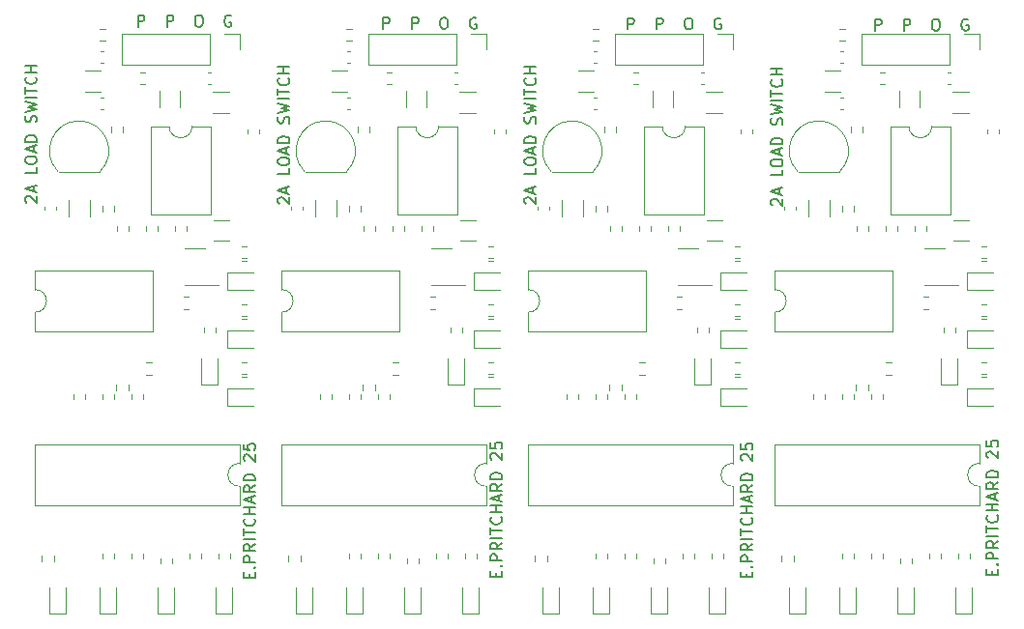
<source format=gbr>
%TF.GenerationSoftware,KiCad,Pcbnew,7.0.5*%
%TF.CreationDate,2025-02-11T02:47:10-05:00*%
%TF.ProjectId,ssr_load_switch,7373725f-6c6f-4616-945f-737769746368,rev?*%
%TF.SameCoordinates,Original*%
%TF.FileFunction,Legend,Top*%
%TF.FilePolarity,Positive*%
%FSLAX46Y46*%
G04 Gerber Fmt 4.6, Leading zero omitted, Abs format (unit mm)*
G04 Created by KiCad (PCBNEW 7.0.5) date 2025-02-11 02:47:10*
%MOMM*%
%LPD*%
G01*
G04 APERTURE LIST*
%ADD10C,0.150000*%
%ADD11C,0.120000*%
G04 APERTURE END LIST*
D10*
X79489131Y-31035839D02*
X79441512Y-30988220D01*
X79441512Y-30988220D02*
X79393893Y-30892982D01*
X79393893Y-30892982D02*
X79393893Y-30654887D01*
X79393893Y-30654887D02*
X79441512Y-30559649D01*
X79441512Y-30559649D02*
X79489131Y-30512030D01*
X79489131Y-30512030D02*
X79584369Y-30464411D01*
X79584369Y-30464411D02*
X79679607Y-30464411D01*
X79679607Y-30464411D02*
X79822464Y-30512030D01*
X79822464Y-30512030D02*
X80393893Y-31083458D01*
X80393893Y-31083458D02*
X80393893Y-30464411D01*
X80108178Y-30083458D02*
X80108178Y-29607268D01*
X80393893Y-30178696D02*
X79393893Y-29845363D01*
X79393893Y-29845363D02*
X80393893Y-29512030D01*
X80393893Y-27940601D02*
X80393893Y-28416791D01*
X80393893Y-28416791D02*
X79393893Y-28416791D01*
X79393893Y-27416791D02*
X79393893Y-27226315D01*
X79393893Y-27226315D02*
X79441512Y-27131077D01*
X79441512Y-27131077D02*
X79536750Y-27035839D01*
X79536750Y-27035839D02*
X79727226Y-26988220D01*
X79727226Y-26988220D02*
X80060559Y-26988220D01*
X80060559Y-26988220D02*
X80251035Y-27035839D01*
X80251035Y-27035839D02*
X80346274Y-27131077D01*
X80346274Y-27131077D02*
X80393893Y-27226315D01*
X80393893Y-27226315D02*
X80393893Y-27416791D01*
X80393893Y-27416791D02*
X80346274Y-27512029D01*
X80346274Y-27512029D02*
X80251035Y-27607267D01*
X80251035Y-27607267D02*
X80060559Y-27654886D01*
X80060559Y-27654886D02*
X79727226Y-27654886D01*
X79727226Y-27654886D02*
X79536750Y-27607267D01*
X79536750Y-27607267D02*
X79441512Y-27512029D01*
X79441512Y-27512029D02*
X79393893Y-27416791D01*
X80108178Y-26607267D02*
X80108178Y-26131077D01*
X80393893Y-26702505D02*
X79393893Y-26369172D01*
X79393893Y-26369172D02*
X80393893Y-26035839D01*
X80393893Y-25702505D02*
X79393893Y-25702505D01*
X79393893Y-25702505D02*
X79393893Y-25464410D01*
X79393893Y-25464410D02*
X79441512Y-25321553D01*
X79441512Y-25321553D02*
X79536750Y-25226315D01*
X79536750Y-25226315D02*
X79631988Y-25178696D01*
X79631988Y-25178696D02*
X79822464Y-25131077D01*
X79822464Y-25131077D02*
X79965321Y-25131077D01*
X79965321Y-25131077D02*
X80155797Y-25178696D01*
X80155797Y-25178696D02*
X80251035Y-25226315D01*
X80251035Y-25226315D02*
X80346274Y-25321553D01*
X80346274Y-25321553D02*
X80393893Y-25464410D01*
X80393893Y-25464410D02*
X80393893Y-25702505D01*
X80346274Y-23988219D02*
X80393893Y-23845362D01*
X80393893Y-23845362D02*
X80393893Y-23607267D01*
X80393893Y-23607267D02*
X80346274Y-23512029D01*
X80346274Y-23512029D02*
X80298654Y-23464410D01*
X80298654Y-23464410D02*
X80203416Y-23416791D01*
X80203416Y-23416791D02*
X80108178Y-23416791D01*
X80108178Y-23416791D02*
X80012940Y-23464410D01*
X80012940Y-23464410D02*
X79965321Y-23512029D01*
X79965321Y-23512029D02*
X79917702Y-23607267D01*
X79917702Y-23607267D02*
X79870083Y-23797743D01*
X79870083Y-23797743D02*
X79822464Y-23892981D01*
X79822464Y-23892981D02*
X79774845Y-23940600D01*
X79774845Y-23940600D02*
X79679607Y-23988219D01*
X79679607Y-23988219D02*
X79584369Y-23988219D01*
X79584369Y-23988219D02*
X79489131Y-23940600D01*
X79489131Y-23940600D02*
X79441512Y-23892981D01*
X79441512Y-23892981D02*
X79393893Y-23797743D01*
X79393893Y-23797743D02*
X79393893Y-23559648D01*
X79393893Y-23559648D02*
X79441512Y-23416791D01*
X79393893Y-23083457D02*
X80393893Y-22845362D01*
X80393893Y-22845362D02*
X79679607Y-22654886D01*
X79679607Y-22654886D02*
X80393893Y-22464410D01*
X80393893Y-22464410D02*
X79393893Y-22226315D01*
X80393893Y-21845362D02*
X79393893Y-21845362D01*
X79393893Y-21512029D02*
X79393893Y-20940601D01*
X80393893Y-21226315D02*
X79393893Y-21226315D01*
X80298654Y-20035839D02*
X80346274Y-20083458D01*
X80346274Y-20083458D02*
X80393893Y-20226315D01*
X80393893Y-20226315D02*
X80393893Y-20321553D01*
X80393893Y-20321553D02*
X80346274Y-20464410D01*
X80346274Y-20464410D02*
X80251035Y-20559648D01*
X80251035Y-20559648D02*
X80155797Y-20607267D01*
X80155797Y-20607267D02*
X79965321Y-20654886D01*
X79965321Y-20654886D02*
X79822464Y-20654886D01*
X79822464Y-20654886D02*
X79631988Y-20607267D01*
X79631988Y-20607267D02*
X79536750Y-20559648D01*
X79536750Y-20559648D02*
X79441512Y-20464410D01*
X79441512Y-20464410D02*
X79393893Y-20321553D01*
X79393893Y-20321553D02*
X79393893Y-20226315D01*
X79393893Y-20226315D02*
X79441512Y-20083458D01*
X79441512Y-20083458D02*
X79489131Y-20035839D01*
X80393893Y-19607267D02*
X79393893Y-19607267D01*
X79870083Y-19607267D02*
X79870083Y-19035839D01*
X80393893Y-19035839D02*
X79393893Y-19035839D01*
X57899131Y-30895259D02*
X57851512Y-30847640D01*
X57851512Y-30847640D02*
X57803893Y-30752402D01*
X57803893Y-30752402D02*
X57803893Y-30514307D01*
X57803893Y-30514307D02*
X57851512Y-30419069D01*
X57851512Y-30419069D02*
X57899131Y-30371450D01*
X57899131Y-30371450D02*
X57994369Y-30323831D01*
X57994369Y-30323831D02*
X58089607Y-30323831D01*
X58089607Y-30323831D02*
X58232464Y-30371450D01*
X58232464Y-30371450D02*
X58803893Y-30942878D01*
X58803893Y-30942878D02*
X58803893Y-30323831D01*
X58518178Y-29942878D02*
X58518178Y-29466688D01*
X58803893Y-30038116D02*
X57803893Y-29704783D01*
X57803893Y-29704783D02*
X58803893Y-29371450D01*
X58803893Y-27800021D02*
X58803893Y-28276211D01*
X58803893Y-28276211D02*
X57803893Y-28276211D01*
X57803893Y-27276211D02*
X57803893Y-27085735D01*
X57803893Y-27085735D02*
X57851512Y-26990497D01*
X57851512Y-26990497D02*
X57946750Y-26895259D01*
X57946750Y-26895259D02*
X58137226Y-26847640D01*
X58137226Y-26847640D02*
X58470559Y-26847640D01*
X58470559Y-26847640D02*
X58661035Y-26895259D01*
X58661035Y-26895259D02*
X58756274Y-26990497D01*
X58756274Y-26990497D02*
X58803893Y-27085735D01*
X58803893Y-27085735D02*
X58803893Y-27276211D01*
X58803893Y-27276211D02*
X58756274Y-27371449D01*
X58756274Y-27371449D02*
X58661035Y-27466687D01*
X58661035Y-27466687D02*
X58470559Y-27514306D01*
X58470559Y-27514306D02*
X58137226Y-27514306D01*
X58137226Y-27514306D02*
X57946750Y-27466687D01*
X57946750Y-27466687D02*
X57851512Y-27371449D01*
X57851512Y-27371449D02*
X57803893Y-27276211D01*
X58518178Y-26466687D02*
X58518178Y-25990497D01*
X58803893Y-26561925D02*
X57803893Y-26228592D01*
X57803893Y-26228592D02*
X58803893Y-25895259D01*
X58803893Y-25561925D02*
X57803893Y-25561925D01*
X57803893Y-25561925D02*
X57803893Y-25323830D01*
X57803893Y-25323830D02*
X57851512Y-25180973D01*
X57851512Y-25180973D02*
X57946750Y-25085735D01*
X57946750Y-25085735D02*
X58041988Y-25038116D01*
X58041988Y-25038116D02*
X58232464Y-24990497D01*
X58232464Y-24990497D02*
X58375321Y-24990497D01*
X58375321Y-24990497D02*
X58565797Y-25038116D01*
X58565797Y-25038116D02*
X58661035Y-25085735D01*
X58661035Y-25085735D02*
X58756274Y-25180973D01*
X58756274Y-25180973D02*
X58803893Y-25323830D01*
X58803893Y-25323830D02*
X58803893Y-25561925D01*
X58756274Y-23847639D02*
X58803893Y-23704782D01*
X58803893Y-23704782D02*
X58803893Y-23466687D01*
X58803893Y-23466687D02*
X58756274Y-23371449D01*
X58756274Y-23371449D02*
X58708654Y-23323830D01*
X58708654Y-23323830D02*
X58613416Y-23276211D01*
X58613416Y-23276211D02*
X58518178Y-23276211D01*
X58518178Y-23276211D02*
X58422940Y-23323830D01*
X58422940Y-23323830D02*
X58375321Y-23371449D01*
X58375321Y-23371449D02*
X58327702Y-23466687D01*
X58327702Y-23466687D02*
X58280083Y-23657163D01*
X58280083Y-23657163D02*
X58232464Y-23752401D01*
X58232464Y-23752401D02*
X58184845Y-23800020D01*
X58184845Y-23800020D02*
X58089607Y-23847639D01*
X58089607Y-23847639D02*
X57994369Y-23847639D01*
X57994369Y-23847639D02*
X57899131Y-23800020D01*
X57899131Y-23800020D02*
X57851512Y-23752401D01*
X57851512Y-23752401D02*
X57803893Y-23657163D01*
X57803893Y-23657163D02*
X57803893Y-23419068D01*
X57803893Y-23419068D02*
X57851512Y-23276211D01*
X57803893Y-22942877D02*
X58803893Y-22704782D01*
X58803893Y-22704782D02*
X58089607Y-22514306D01*
X58089607Y-22514306D02*
X58803893Y-22323830D01*
X58803893Y-22323830D02*
X57803893Y-22085735D01*
X58803893Y-21704782D02*
X57803893Y-21704782D01*
X57803893Y-21371449D02*
X57803893Y-20800021D01*
X58803893Y-21085735D02*
X57803893Y-21085735D01*
X58708654Y-19895259D02*
X58756274Y-19942878D01*
X58756274Y-19942878D02*
X58803893Y-20085735D01*
X58803893Y-20085735D02*
X58803893Y-20180973D01*
X58803893Y-20180973D02*
X58756274Y-20323830D01*
X58756274Y-20323830D02*
X58661035Y-20419068D01*
X58661035Y-20419068D02*
X58565797Y-20466687D01*
X58565797Y-20466687D02*
X58375321Y-20514306D01*
X58375321Y-20514306D02*
X58232464Y-20514306D01*
X58232464Y-20514306D02*
X58041988Y-20466687D01*
X58041988Y-20466687D02*
X57946750Y-20419068D01*
X57946750Y-20419068D02*
X57851512Y-20323830D01*
X57851512Y-20323830D02*
X57803893Y-20180973D01*
X57803893Y-20180973D02*
X57803893Y-20085735D01*
X57803893Y-20085735D02*
X57851512Y-19942878D01*
X57851512Y-19942878D02*
X57899131Y-19895259D01*
X58803893Y-19466687D02*
X57803893Y-19466687D01*
X58280083Y-19466687D02*
X58280083Y-18895259D01*
X58803893Y-18895259D02*
X57803893Y-18895259D01*
X36309131Y-30895259D02*
X36261512Y-30847640D01*
X36261512Y-30847640D02*
X36213893Y-30752402D01*
X36213893Y-30752402D02*
X36213893Y-30514307D01*
X36213893Y-30514307D02*
X36261512Y-30419069D01*
X36261512Y-30419069D02*
X36309131Y-30371450D01*
X36309131Y-30371450D02*
X36404369Y-30323831D01*
X36404369Y-30323831D02*
X36499607Y-30323831D01*
X36499607Y-30323831D02*
X36642464Y-30371450D01*
X36642464Y-30371450D02*
X37213893Y-30942878D01*
X37213893Y-30942878D02*
X37213893Y-30323831D01*
X36928178Y-29942878D02*
X36928178Y-29466688D01*
X37213893Y-30038116D02*
X36213893Y-29704783D01*
X36213893Y-29704783D02*
X37213893Y-29371450D01*
X37213893Y-27800021D02*
X37213893Y-28276211D01*
X37213893Y-28276211D02*
X36213893Y-28276211D01*
X36213893Y-27276211D02*
X36213893Y-27085735D01*
X36213893Y-27085735D02*
X36261512Y-26990497D01*
X36261512Y-26990497D02*
X36356750Y-26895259D01*
X36356750Y-26895259D02*
X36547226Y-26847640D01*
X36547226Y-26847640D02*
X36880559Y-26847640D01*
X36880559Y-26847640D02*
X37071035Y-26895259D01*
X37071035Y-26895259D02*
X37166274Y-26990497D01*
X37166274Y-26990497D02*
X37213893Y-27085735D01*
X37213893Y-27085735D02*
X37213893Y-27276211D01*
X37213893Y-27276211D02*
X37166274Y-27371449D01*
X37166274Y-27371449D02*
X37071035Y-27466687D01*
X37071035Y-27466687D02*
X36880559Y-27514306D01*
X36880559Y-27514306D02*
X36547226Y-27514306D01*
X36547226Y-27514306D02*
X36356750Y-27466687D01*
X36356750Y-27466687D02*
X36261512Y-27371449D01*
X36261512Y-27371449D02*
X36213893Y-27276211D01*
X36928178Y-26466687D02*
X36928178Y-25990497D01*
X37213893Y-26561925D02*
X36213893Y-26228592D01*
X36213893Y-26228592D02*
X37213893Y-25895259D01*
X37213893Y-25561925D02*
X36213893Y-25561925D01*
X36213893Y-25561925D02*
X36213893Y-25323830D01*
X36213893Y-25323830D02*
X36261512Y-25180973D01*
X36261512Y-25180973D02*
X36356750Y-25085735D01*
X36356750Y-25085735D02*
X36451988Y-25038116D01*
X36451988Y-25038116D02*
X36642464Y-24990497D01*
X36642464Y-24990497D02*
X36785321Y-24990497D01*
X36785321Y-24990497D02*
X36975797Y-25038116D01*
X36975797Y-25038116D02*
X37071035Y-25085735D01*
X37071035Y-25085735D02*
X37166274Y-25180973D01*
X37166274Y-25180973D02*
X37213893Y-25323830D01*
X37213893Y-25323830D02*
X37213893Y-25561925D01*
X37166274Y-23847639D02*
X37213893Y-23704782D01*
X37213893Y-23704782D02*
X37213893Y-23466687D01*
X37213893Y-23466687D02*
X37166274Y-23371449D01*
X37166274Y-23371449D02*
X37118654Y-23323830D01*
X37118654Y-23323830D02*
X37023416Y-23276211D01*
X37023416Y-23276211D02*
X36928178Y-23276211D01*
X36928178Y-23276211D02*
X36832940Y-23323830D01*
X36832940Y-23323830D02*
X36785321Y-23371449D01*
X36785321Y-23371449D02*
X36737702Y-23466687D01*
X36737702Y-23466687D02*
X36690083Y-23657163D01*
X36690083Y-23657163D02*
X36642464Y-23752401D01*
X36642464Y-23752401D02*
X36594845Y-23800020D01*
X36594845Y-23800020D02*
X36499607Y-23847639D01*
X36499607Y-23847639D02*
X36404369Y-23847639D01*
X36404369Y-23847639D02*
X36309131Y-23800020D01*
X36309131Y-23800020D02*
X36261512Y-23752401D01*
X36261512Y-23752401D02*
X36213893Y-23657163D01*
X36213893Y-23657163D02*
X36213893Y-23419068D01*
X36213893Y-23419068D02*
X36261512Y-23276211D01*
X36213893Y-22942877D02*
X37213893Y-22704782D01*
X37213893Y-22704782D02*
X36499607Y-22514306D01*
X36499607Y-22514306D02*
X37213893Y-22323830D01*
X37213893Y-22323830D02*
X36213893Y-22085735D01*
X37213893Y-21704782D02*
X36213893Y-21704782D01*
X36213893Y-21371449D02*
X36213893Y-20800021D01*
X37213893Y-21085735D02*
X36213893Y-21085735D01*
X37118654Y-19895259D02*
X37166274Y-19942878D01*
X37166274Y-19942878D02*
X37213893Y-20085735D01*
X37213893Y-20085735D02*
X37213893Y-20180973D01*
X37213893Y-20180973D02*
X37166274Y-20323830D01*
X37166274Y-20323830D02*
X37071035Y-20419068D01*
X37071035Y-20419068D02*
X36975797Y-20466687D01*
X36975797Y-20466687D02*
X36785321Y-20514306D01*
X36785321Y-20514306D02*
X36642464Y-20514306D01*
X36642464Y-20514306D02*
X36451988Y-20466687D01*
X36451988Y-20466687D02*
X36356750Y-20419068D01*
X36356750Y-20419068D02*
X36261512Y-20323830D01*
X36261512Y-20323830D02*
X36213893Y-20180973D01*
X36213893Y-20180973D02*
X36213893Y-20085735D01*
X36213893Y-20085735D02*
X36261512Y-19942878D01*
X36261512Y-19942878D02*
X36309131Y-19895259D01*
X37213893Y-19466687D02*
X36213893Y-19466687D01*
X36690083Y-19466687D02*
X36690083Y-18895259D01*
X37213893Y-18895259D02*
X36213893Y-18895259D01*
X14183027Y-30789201D02*
X14135408Y-30741582D01*
X14135408Y-30741582D02*
X14087789Y-30646344D01*
X14087789Y-30646344D02*
X14087789Y-30408249D01*
X14087789Y-30408249D02*
X14135408Y-30313011D01*
X14135408Y-30313011D02*
X14183027Y-30265392D01*
X14183027Y-30265392D02*
X14278265Y-30217773D01*
X14278265Y-30217773D02*
X14373503Y-30217773D01*
X14373503Y-30217773D02*
X14516360Y-30265392D01*
X14516360Y-30265392D02*
X15087789Y-30836820D01*
X15087789Y-30836820D02*
X15087789Y-30217773D01*
X14802074Y-29836820D02*
X14802074Y-29360630D01*
X15087789Y-29932058D02*
X14087789Y-29598725D01*
X14087789Y-29598725D02*
X15087789Y-29265392D01*
X15087789Y-27693963D02*
X15087789Y-28170153D01*
X15087789Y-28170153D02*
X14087789Y-28170153D01*
X14087789Y-27170153D02*
X14087789Y-26979677D01*
X14087789Y-26979677D02*
X14135408Y-26884439D01*
X14135408Y-26884439D02*
X14230646Y-26789201D01*
X14230646Y-26789201D02*
X14421122Y-26741582D01*
X14421122Y-26741582D02*
X14754455Y-26741582D01*
X14754455Y-26741582D02*
X14944931Y-26789201D01*
X14944931Y-26789201D02*
X15040170Y-26884439D01*
X15040170Y-26884439D02*
X15087789Y-26979677D01*
X15087789Y-26979677D02*
X15087789Y-27170153D01*
X15087789Y-27170153D02*
X15040170Y-27265391D01*
X15040170Y-27265391D02*
X14944931Y-27360629D01*
X14944931Y-27360629D02*
X14754455Y-27408248D01*
X14754455Y-27408248D02*
X14421122Y-27408248D01*
X14421122Y-27408248D02*
X14230646Y-27360629D01*
X14230646Y-27360629D02*
X14135408Y-27265391D01*
X14135408Y-27265391D02*
X14087789Y-27170153D01*
X14802074Y-26360629D02*
X14802074Y-25884439D01*
X15087789Y-26455867D02*
X14087789Y-26122534D01*
X14087789Y-26122534D02*
X15087789Y-25789201D01*
X15087789Y-25455867D02*
X14087789Y-25455867D01*
X14087789Y-25455867D02*
X14087789Y-25217772D01*
X14087789Y-25217772D02*
X14135408Y-25074915D01*
X14135408Y-25074915D02*
X14230646Y-24979677D01*
X14230646Y-24979677D02*
X14325884Y-24932058D01*
X14325884Y-24932058D02*
X14516360Y-24884439D01*
X14516360Y-24884439D02*
X14659217Y-24884439D01*
X14659217Y-24884439D02*
X14849693Y-24932058D01*
X14849693Y-24932058D02*
X14944931Y-24979677D01*
X14944931Y-24979677D02*
X15040170Y-25074915D01*
X15040170Y-25074915D02*
X15087789Y-25217772D01*
X15087789Y-25217772D02*
X15087789Y-25455867D01*
X15040170Y-23741581D02*
X15087789Y-23598724D01*
X15087789Y-23598724D02*
X15087789Y-23360629D01*
X15087789Y-23360629D02*
X15040170Y-23265391D01*
X15040170Y-23265391D02*
X14992550Y-23217772D01*
X14992550Y-23217772D02*
X14897312Y-23170153D01*
X14897312Y-23170153D02*
X14802074Y-23170153D01*
X14802074Y-23170153D02*
X14706836Y-23217772D01*
X14706836Y-23217772D02*
X14659217Y-23265391D01*
X14659217Y-23265391D02*
X14611598Y-23360629D01*
X14611598Y-23360629D02*
X14563979Y-23551105D01*
X14563979Y-23551105D02*
X14516360Y-23646343D01*
X14516360Y-23646343D02*
X14468741Y-23693962D01*
X14468741Y-23693962D02*
X14373503Y-23741581D01*
X14373503Y-23741581D02*
X14278265Y-23741581D01*
X14278265Y-23741581D02*
X14183027Y-23693962D01*
X14183027Y-23693962D02*
X14135408Y-23646343D01*
X14135408Y-23646343D02*
X14087789Y-23551105D01*
X14087789Y-23551105D02*
X14087789Y-23313010D01*
X14087789Y-23313010D02*
X14135408Y-23170153D01*
X14087789Y-22836819D02*
X15087789Y-22598724D01*
X15087789Y-22598724D02*
X14373503Y-22408248D01*
X14373503Y-22408248D02*
X15087789Y-22217772D01*
X15087789Y-22217772D02*
X14087789Y-21979677D01*
X15087789Y-21598724D02*
X14087789Y-21598724D01*
X14087789Y-21265391D02*
X14087789Y-20693963D01*
X15087789Y-20979677D02*
X14087789Y-20979677D01*
X14992550Y-19789201D02*
X15040170Y-19836820D01*
X15040170Y-19836820D02*
X15087789Y-19979677D01*
X15087789Y-19979677D02*
X15087789Y-20074915D01*
X15087789Y-20074915D02*
X15040170Y-20217772D01*
X15040170Y-20217772D02*
X14944931Y-20313010D01*
X14944931Y-20313010D02*
X14849693Y-20360629D01*
X14849693Y-20360629D02*
X14659217Y-20408248D01*
X14659217Y-20408248D02*
X14516360Y-20408248D01*
X14516360Y-20408248D02*
X14325884Y-20360629D01*
X14325884Y-20360629D02*
X14230646Y-20313010D01*
X14230646Y-20313010D02*
X14135408Y-20217772D01*
X14135408Y-20217772D02*
X14087789Y-20074915D01*
X14087789Y-20074915D02*
X14087789Y-19979677D01*
X14087789Y-19979677D02*
X14135408Y-19836820D01*
X14135408Y-19836820D02*
X14183027Y-19789201D01*
X15087789Y-19360629D02*
X14087789Y-19360629D01*
X14563979Y-19360629D02*
X14563979Y-18789201D01*
X15087789Y-18789201D02*
X14087789Y-18789201D01*
X33689160Y-63690879D02*
X33689160Y-63357546D01*
X34212970Y-63214689D02*
X34212970Y-63690879D01*
X34212970Y-63690879D02*
X33212970Y-63690879D01*
X33212970Y-63690879D02*
X33212970Y-63214689D01*
X34117731Y-62786117D02*
X34165351Y-62738498D01*
X34165351Y-62738498D02*
X34212970Y-62786117D01*
X34212970Y-62786117D02*
X34165351Y-62833736D01*
X34165351Y-62833736D02*
X34117731Y-62786117D01*
X34117731Y-62786117D02*
X34212970Y-62786117D01*
X34212970Y-62309927D02*
X33212970Y-62309927D01*
X33212970Y-62309927D02*
X33212970Y-61928975D01*
X33212970Y-61928975D02*
X33260589Y-61833737D01*
X33260589Y-61833737D02*
X33308208Y-61786118D01*
X33308208Y-61786118D02*
X33403446Y-61738499D01*
X33403446Y-61738499D02*
X33546303Y-61738499D01*
X33546303Y-61738499D02*
X33641541Y-61786118D01*
X33641541Y-61786118D02*
X33689160Y-61833737D01*
X33689160Y-61833737D02*
X33736779Y-61928975D01*
X33736779Y-61928975D02*
X33736779Y-62309927D01*
X34212970Y-60738499D02*
X33736779Y-61071832D01*
X34212970Y-61309927D02*
X33212970Y-61309927D01*
X33212970Y-61309927D02*
X33212970Y-60928975D01*
X33212970Y-60928975D02*
X33260589Y-60833737D01*
X33260589Y-60833737D02*
X33308208Y-60786118D01*
X33308208Y-60786118D02*
X33403446Y-60738499D01*
X33403446Y-60738499D02*
X33546303Y-60738499D01*
X33546303Y-60738499D02*
X33641541Y-60786118D01*
X33641541Y-60786118D02*
X33689160Y-60833737D01*
X33689160Y-60833737D02*
X33736779Y-60928975D01*
X33736779Y-60928975D02*
X33736779Y-61309927D01*
X34212970Y-60309927D02*
X33212970Y-60309927D01*
X33212970Y-59976594D02*
X33212970Y-59405166D01*
X34212970Y-59690880D02*
X33212970Y-59690880D01*
X34117731Y-58500404D02*
X34165351Y-58548023D01*
X34165351Y-58548023D02*
X34212970Y-58690880D01*
X34212970Y-58690880D02*
X34212970Y-58786118D01*
X34212970Y-58786118D02*
X34165351Y-58928975D01*
X34165351Y-58928975D02*
X34070112Y-59024213D01*
X34070112Y-59024213D02*
X33974874Y-59071832D01*
X33974874Y-59071832D02*
X33784398Y-59119451D01*
X33784398Y-59119451D02*
X33641541Y-59119451D01*
X33641541Y-59119451D02*
X33451065Y-59071832D01*
X33451065Y-59071832D02*
X33355827Y-59024213D01*
X33355827Y-59024213D02*
X33260589Y-58928975D01*
X33260589Y-58928975D02*
X33212970Y-58786118D01*
X33212970Y-58786118D02*
X33212970Y-58690880D01*
X33212970Y-58690880D02*
X33260589Y-58548023D01*
X33260589Y-58548023D02*
X33308208Y-58500404D01*
X34212970Y-58071832D02*
X33212970Y-58071832D01*
X33689160Y-58071832D02*
X33689160Y-57500404D01*
X34212970Y-57500404D02*
X33212970Y-57500404D01*
X33927255Y-57071832D02*
X33927255Y-56595642D01*
X34212970Y-57167070D02*
X33212970Y-56833737D01*
X33212970Y-56833737D02*
X34212970Y-56500404D01*
X34212970Y-55595642D02*
X33736779Y-55928975D01*
X34212970Y-56167070D02*
X33212970Y-56167070D01*
X33212970Y-56167070D02*
X33212970Y-55786118D01*
X33212970Y-55786118D02*
X33260589Y-55690880D01*
X33260589Y-55690880D02*
X33308208Y-55643261D01*
X33308208Y-55643261D02*
X33403446Y-55595642D01*
X33403446Y-55595642D02*
X33546303Y-55595642D01*
X33546303Y-55595642D02*
X33641541Y-55643261D01*
X33641541Y-55643261D02*
X33689160Y-55690880D01*
X33689160Y-55690880D02*
X33736779Y-55786118D01*
X33736779Y-55786118D02*
X33736779Y-56167070D01*
X34212970Y-55167070D02*
X33212970Y-55167070D01*
X33212970Y-55167070D02*
X33212970Y-54928975D01*
X33212970Y-54928975D02*
X33260589Y-54786118D01*
X33260589Y-54786118D02*
X33355827Y-54690880D01*
X33355827Y-54690880D02*
X33451065Y-54643261D01*
X33451065Y-54643261D02*
X33641541Y-54595642D01*
X33641541Y-54595642D02*
X33784398Y-54595642D01*
X33784398Y-54595642D02*
X33974874Y-54643261D01*
X33974874Y-54643261D02*
X34070112Y-54690880D01*
X34070112Y-54690880D02*
X34165351Y-54786118D01*
X34165351Y-54786118D02*
X34212970Y-54928975D01*
X34212970Y-54928975D02*
X34212970Y-55167070D01*
X33308208Y-53452784D02*
X33260589Y-53405165D01*
X33260589Y-53405165D02*
X33212970Y-53309927D01*
X33212970Y-53309927D02*
X33212970Y-53071832D01*
X33212970Y-53071832D02*
X33260589Y-52976594D01*
X33260589Y-52976594D02*
X33308208Y-52928975D01*
X33308208Y-52928975D02*
X33403446Y-52881356D01*
X33403446Y-52881356D02*
X33498684Y-52881356D01*
X33498684Y-52881356D02*
X33641541Y-52928975D01*
X33641541Y-52928975D02*
X34212970Y-53500403D01*
X34212970Y-53500403D02*
X34212970Y-52881356D01*
X33212970Y-51976594D02*
X33212970Y-52452784D01*
X33212970Y-52452784D02*
X33689160Y-52500403D01*
X33689160Y-52500403D02*
X33641541Y-52452784D01*
X33641541Y-52452784D02*
X33593922Y-52357546D01*
X33593922Y-52357546D02*
X33593922Y-52119451D01*
X33593922Y-52119451D02*
X33641541Y-52024213D01*
X33641541Y-52024213D02*
X33689160Y-51976594D01*
X33689160Y-51976594D02*
X33784398Y-51928975D01*
X33784398Y-51928975D02*
X34022493Y-51928975D01*
X34022493Y-51928975D02*
X34117731Y-51976594D01*
X34117731Y-51976594D02*
X34165351Y-52024213D01*
X34165351Y-52024213D02*
X34212970Y-52119451D01*
X34212970Y-52119451D02*
X34212970Y-52357546D01*
X34212970Y-52357546D02*
X34165351Y-52452784D01*
X34165351Y-52452784D02*
X34117731Y-52500403D01*
X55308141Y-63557158D02*
X55308141Y-63223825D01*
X55831951Y-63080968D02*
X55831951Y-63557158D01*
X55831951Y-63557158D02*
X54831951Y-63557158D01*
X54831951Y-63557158D02*
X54831951Y-63080968D01*
X55736712Y-62652396D02*
X55784332Y-62604777D01*
X55784332Y-62604777D02*
X55831951Y-62652396D01*
X55831951Y-62652396D02*
X55784332Y-62700015D01*
X55784332Y-62700015D02*
X55736712Y-62652396D01*
X55736712Y-62652396D02*
X55831951Y-62652396D01*
X55831951Y-62176206D02*
X54831951Y-62176206D01*
X54831951Y-62176206D02*
X54831951Y-61795254D01*
X54831951Y-61795254D02*
X54879570Y-61700016D01*
X54879570Y-61700016D02*
X54927189Y-61652397D01*
X54927189Y-61652397D02*
X55022427Y-61604778D01*
X55022427Y-61604778D02*
X55165284Y-61604778D01*
X55165284Y-61604778D02*
X55260522Y-61652397D01*
X55260522Y-61652397D02*
X55308141Y-61700016D01*
X55308141Y-61700016D02*
X55355760Y-61795254D01*
X55355760Y-61795254D02*
X55355760Y-62176206D01*
X55831951Y-60604778D02*
X55355760Y-60938111D01*
X55831951Y-61176206D02*
X54831951Y-61176206D01*
X54831951Y-61176206D02*
X54831951Y-60795254D01*
X54831951Y-60795254D02*
X54879570Y-60700016D01*
X54879570Y-60700016D02*
X54927189Y-60652397D01*
X54927189Y-60652397D02*
X55022427Y-60604778D01*
X55022427Y-60604778D02*
X55165284Y-60604778D01*
X55165284Y-60604778D02*
X55260522Y-60652397D01*
X55260522Y-60652397D02*
X55308141Y-60700016D01*
X55308141Y-60700016D02*
X55355760Y-60795254D01*
X55355760Y-60795254D02*
X55355760Y-61176206D01*
X55831951Y-60176206D02*
X54831951Y-60176206D01*
X54831951Y-59842873D02*
X54831951Y-59271445D01*
X55831951Y-59557159D02*
X54831951Y-59557159D01*
X55736712Y-58366683D02*
X55784332Y-58414302D01*
X55784332Y-58414302D02*
X55831951Y-58557159D01*
X55831951Y-58557159D02*
X55831951Y-58652397D01*
X55831951Y-58652397D02*
X55784332Y-58795254D01*
X55784332Y-58795254D02*
X55689093Y-58890492D01*
X55689093Y-58890492D02*
X55593855Y-58938111D01*
X55593855Y-58938111D02*
X55403379Y-58985730D01*
X55403379Y-58985730D02*
X55260522Y-58985730D01*
X55260522Y-58985730D02*
X55070046Y-58938111D01*
X55070046Y-58938111D02*
X54974808Y-58890492D01*
X54974808Y-58890492D02*
X54879570Y-58795254D01*
X54879570Y-58795254D02*
X54831951Y-58652397D01*
X54831951Y-58652397D02*
X54831951Y-58557159D01*
X54831951Y-58557159D02*
X54879570Y-58414302D01*
X54879570Y-58414302D02*
X54927189Y-58366683D01*
X55831951Y-57938111D02*
X54831951Y-57938111D01*
X55308141Y-57938111D02*
X55308141Y-57366683D01*
X55831951Y-57366683D02*
X54831951Y-57366683D01*
X55546236Y-56938111D02*
X55546236Y-56461921D01*
X55831951Y-57033349D02*
X54831951Y-56700016D01*
X54831951Y-56700016D02*
X55831951Y-56366683D01*
X55831951Y-55461921D02*
X55355760Y-55795254D01*
X55831951Y-56033349D02*
X54831951Y-56033349D01*
X54831951Y-56033349D02*
X54831951Y-55652397D01*
X54831951Y-55652397D02*
X54879570Y-55557159D01*
X54879570Y-55557159D02*
X54927189Y-55509540D01*
X54927189Y-55509540D02*
X55022427Y-55461921D01*
X55022427Y-55461921D02*
X55165284Y-55461921D01*
X55165284Y-55461921D02*
X55260522Y-55509540D01*
X55260522Y-55509540D02*
X55308141Y-55557159D01*
X55308141Y-55557159D02*
X55355760Y-55652397D01*
X55355760Y-55652397D02*
X55355760Y-56033349D01*
X55831951Y-55033349D02*
X54831951Y-55033349D01*
X54831951Y-55033349D02*
X54831951Y-54795254D01*
X54831951Y-54795254D02*
X54879570Y-54652397D01*
X54879570Y-54652397D02*
X54974808Y-54557159D01*
X54974808Y-54557159D02*
X55070046Y-54509540D01*
X55070046Y-54509540D02*
X55260522Y-54461921D01*
X55260522Y-54461921D02*
X55403379Y-54461921D01*
X55403379Y-54461921D02*
X55593855Y-54509540D01*
X55593855Y-54509540D02*
X55689093Y-54557159D01*
X55689093Y-54557159D02*
X55784332Y-54652397D01*
X55784332Y-54652397D02*
X55831951Y-54795254D01*
X55831951Y-54795254D02*
X55831951Y-55033349D01*
X54927189Y-53319063D02*
X54879570Y-53271444D01*
X54879570Y-53271444D02*
X54831951Y-53176206D01*
X54831951Y-53176206D02*
X54831951Y-52938111D01*
X54831951Y-52938111D02*
X54879570Y-52842873D01*
X54879570Y-52842873D02*
X54927189Y-52795254D01*
X54927189Y-52795254D02*
X55022427Y-52747635D01*
X55022427Y-52747635D02*
X55117665Y-52747635D01*
X55117665Y-52747635D02*
X55260522Y-52795254D01*
X55260522Y-52795254D02*
X55831951Y-53366682D01*
X55831951Y-53366682D02*
X55831951Y-52747635D01*
X54831951Y-51842873D02*
X54831951Y-52319063D01*
X54831951Y-52319063D02*
X55308141Y-52366682D01*
X55308141Y-52366682D02*
X55260522Y-52319063D01*
X55260522Y-52319063D02*
X55212903Y-52223825D01*
X55212903Y-52223825D02*
X55212903Y-51985730D01*
X55212903Y-51985730D02*
X55260522Y-51890492D01*
X55260522Y-51890492D02*
X55308141Y-51842873D01*
X55308141Y-51842873D02*
X55403379Y-51795254D01*
X55403379Y-51795254D02*
X55641474Y-51795254D01*
X55641474Y-51795254D02*
X55736712Y-51842873D01*
X55736712Y-51842873D02*
X55784332Y-51890492D01*
X55784332Y-51890492D02*
X55831951Y-51985730D01*
X55831951Y-51985730D02*
X55831951Y-52223825D01*
X55831951Y-52223825D02*
X55784332Y-52319063D01*
X55784332Y-52319063D02*
X55736712Y-52366682D01*
X77245503Y-63636211D02*
X77245503Y-63302878D01*
X77769313Y-63160021D02*
X77769313Y-63636211D01*
X77769313Y-63636211D02*
X76769313Y-63636211D01*
X76769313Y-63636211D02*
X76769313Y-63160021D01*
X77674074Y-62731449D02*
X77721694Y-62683830D01*
X77721694Y-62683830D02*
X77769313Y-62731449D01*
X77769313Y-62731449D02*
X77721694Y-62779068D01*
X77721694Y-62779068D02*
X77674074Y-62731449D01*
X77674074Y-62731449D02*
X77769313Y-62731449D01*
X77769313Y-62255259D02*
X76769313Y-62255259D01*
X76769313Y-62255259D02*
X76769313Y-61874307D01*
X76769313Y-61874307D02*
X76816932Y-61779069D01*
X76816932Y-61779069D02*
X76864551Y-61731450D01*
X76864551Y-61731450D02*
X76959789Y-61683831D01*
X76959789Y-61683831D02*
X77102646Y-61683831D01*
X77102646Y-61683831D02*
X77197884Y-61731450D01*
X77197884Y-61731450D02*
X77245503Y-61779069D01*
X77245503Y-61779069D02*
X77293122Y-61874307D01*
X77293122Y-61874307D02*
X77293122Y-62255259D01*
X77769313Y-60683831D02*
X77293122Y-61017164D01*
X77769313Y-61255259D02*
X76769313Y-61255259D01*
X76769313Y-61255259D02*
X76769313Y-60874307D01*
X76769313Y-60874307D02*
X76816932Y-60779069D01*
X76816932Y-60779069D02*
X76864551Y-60731450D01*
X76864551Y-60731450D02*
X76959789Y-60683831D01*
X76959789Y-60683831D02*
X77102646Y-60683831D01*
X77102646Y-60683831D02*
X77197884Y-60731450D01*
X77197884Y-60731450D02*
X77245503Y-60779069D01*
X77245503Y-60779069D02*
X77293122Y-60874307D01*
X77293122Y-60874307D02*
X77293122Y-61255259D01*
X77769313Y-60255259D02*
X76769313Y-60255259D01*
X76769313Y-59921926D02*
X76769313Y-59350498D01*
X77769313Y-59636212D02*
X76769313Y-59636212D01*
X77674074Y-58445736D02*
X77721694Y-58493355D01*
X77721694Y-58493355D02*
X77769313Y-58636212D01*
X77769313Y-58636212D02*
X77769313Y-58731450D01*
X77769313Y-58731450D02*
X77721694Y-58874307D01*
X77721694Y-58874307D02*
X77626455Y-58969545D01*
X77626455Y-58969545D02*
X77531217Y-59017164D01*
X77531217Y-59017164D02*
X77340741Y-59064783D01*
X77340741Y-59064783D02*
X77197884Y-59064783D01*
X77197884Y-59064783D02*
X77007408Y-59017164D01*
X77007408Y-59017164D02*
X76912170Y-58969545D01*
X76912170Y-58969545D02*
X76816932Y-58874307D01*
X76816932Y-58874307D02*
X76769313Y-58731450D01*
X76769313Y-58731450D02*
X76769313Y-58636212D01*
X76769313Y-58636212D02*
X76816932Y-58493355D01*
X76816932Y-58493355D02*
X76864551Y-58445736D01*
X77769313Y-58017164D02*
X76769313Y-58017164D01*
X77245503Y-58017164D02*
X77245503Y-57445736D01*
X77769313Y-57445736D02*
X76769313Y-57445736D01*
X77483598Y-57017164D02*
X77483598Y-56540974D01*
X77769313Y-57112402D02*
X76769313Y-56779069D01*
X76769313Y-56779069D02*
X77769313Y-56445736D01*
X77769313Y-55540974D02*
X77293122Y-55874307D01*
X77769313Y-56112402D02*
X76769313Y-56112402D01*
X76769313Y-56112402D02*
X76769313Y-55731450D01*
X76769313Y-55731450D02*
X76816932Y-55636212D01*
X76816932Y-55636212D02*
X76864551Y-55588593D01*
X76864551Y-55588593D02*
X76959789Y-55540974D01*
X76959789Y-55540974D02*
X77102646Y-55540974D01*
X77102646Y-55540974D02*
X77197884Y-55588593D01*
X77197884Y-55588593D02*
X77245503Y-55636212D01*
X77245503Y-55636212D02*
X77293122Y-55731450D01*
X77293122Y-55731450D02*
X77293122Y-56112402D01*
X77769313Y-55112402D02*
X76769313Y-55112402D01*
X76769313Y-55112402D02*
X76769313Y-54874307D01*
X76769313Y-54874307D02*
X76816932Y-54731450D01*
X76816932Y-54731450D02*
X76912170Y-54636212D01*
X76912170Y-54636212D02*
X77007408Y-54588593D01*
X77007408Y-54588593D02*
X77197884Y-54540974D01*
X77197884Y-54540974D02*
X77340741Y-54540974D01*
X77340741Y-54540974D02*
X77531217Y-54588593D01*
X77531217Y-54588593D02*
X77626455Y-54636212D01*
X77626455Y-54636212D02*
X77721694Y-54731450D01*
X77721694Y-54731450D02*
X77769313Y-54874307D01*
X77769313Y-54874307D02*
X77769313Y-55112402D01*
X76864551Y-53398116D02*
X76816932Y-53350497D01*
X76816932Y-53350497D02*
X76769313Y-53255259D01*
X76769313Y-53255259D02*
X76769313Y-53017164D01*
X76769313Y-53017164D02*
X76816932Y-52921926D01*
X76816932Y-52921926D02*
X76864551Y-52874307D01*
X76864551Y-52874307D02*
X76959789Y-52826688D01*
X76959789Y-52826688D02*
X77055027Y-52826688D01*
X77055027Y-52826688D02*
X77197884Y-52874307D01*
X77197884Y-52874307D02*
X77769313Y-53445735D01*
X77769313Y-53445735D02*
X77769313Y-52826688D01*
X76769313Y-51921926D02*
X76769313Y-52398116D01*
X76769313Y-52398116D02*
X77245503Y-52445735D01*
X77245503Y-52445735D02*
X77197884Y-52398116D01*
X77197884Y-52398116D02*
X77150265Y-52302878D01*
X77150265Y-52302878D02*
X77150265Y-52064783D01*
X77150265Y-52064783D02*
X77197884Y-51969545D01*
X77197884Y-51969545D02*
X77245503Y-51921926D01*
X77245503Y-51921926D02*
X77340741Y-51874307D01*
X77340741Y-51874307D02*
X77578836Y-51874307D01*
X77578836Y-51874307D02*
X77674074Y-51921926D01*
X77674074Y-51921926D02*
X77721694Y-51969545D01*
X77721694Y-51969545D02*
X77769313Y-52064783D01*
X77769313Y-52064783D02*
X77769313Y-52302878D01*
X77769313Y-52302878D02*
X77721694Y-52398116D01*
X77721694Y-52398116D02*
X77674074Y-52445735D01*
X98748070Y-63399051D02*
X98748070Y-63065718D01*
X99271880Y-62922861D02*
X99271880Y-63399051D01*
X99271880Y-63399051D02*
X98271880Y-63399051D01*
X98271880Y-63399051D02*
X98271880Y-62922861D01*
X99176641Y-62494289D02*
X99224261Y-62446670D01*
X99224261Y-62446670D02*
X99271880Y-62494289D01*
X99271880Y-62494289D02*
X99224261Y-62541908D01*
X99224261Y-62541908D02*
X99176641Y-62494289D01*
X99176641Y-62494289D02*
X99271880Y-62494289D01*
X99271880Y-62018099D02*
X98271880Y-62018099D01*
X98271880Y-62018099D02*
X98271880Y-61637147D01*
X98271880Y-61637147D02*
X98319499Y-61541909D01*
X98319499Y-61541909D02*
X98367118Y-61494290D01*
X98367118Y-61494290D02*
X98462356Y-61446671D01*
X98462356Y-61446671D02*
X98605213Y-61446671D01*
X98605213Y-61446671D02*
X98700451Y-61494290D01*
X98700451Y-61494290D02*
X98748070Y-61541909D01*
X98748070Y-61541909D02*
X98795689Y-61637147D01*
X98795689Y-61637147D02*
X98795689Y-62018099D01*
X99271880Y-60446671D02*
X98795689Y-60780004D01*
X99271880Y-61018099D02*
X98271880Y-61018099D01*
X98271880Y-61018099D02*
X98271880Y-60637147D01*
X98271880Y-60637147D02*
X98319499Y-60541909D01*
X98319499Y-60541909D02*
X98367118Y-60494290D01*
X98367118Y-60494290D02*
X98462356Y-60446671D01*
X98462356Y-60446671D02*
X98605213Y-60446671D01*
X98605213Y-60446671D02*
X98700451Y-60494290D01*
X98700451Y-60494290D02*
X98748070Y-60541909D01*
X98748070Y-60541909D02*
X98795689Y-60637147D01*
X98795689Y-60637147D02*
X98795689Y-61018099D01*
X99271880Y-60018099D02*
X98271880Y-60018099D01*
X98271880Y-59684766D02*
X98271880Y-59113338D01*
X99271880Y-59399052D02*
X98271880Y-59399052D01*
X99176641Y-58208576D02*
X99224261Y-58256195D01*
X99224261Y-58256195D02*
X99271880Y-58399052D01*
X99271880Y-58399052D02*
X99271880Y-58494290D01*
X99271880Y-58494290D02*
X99224261Y-58637147D01*
X99224261Y-58637147D02*
X99129022Y-58732385D01*
X99129022Y-58732385D02*
X99033784Y-58780004D01*
X99033784Y-58780004D02*
X98843308Y-58827623D01*
X98843308Y-58827623D02*
X98700451Y-58827623D01*
X98700451Y-58827623D02*
X98509975Y-58780004D01*
X98509975Y-58780004D02*
X98414737Y-58732385D01*
X98414737Y-58732385D02*
X98319499Y-58637147D01*
X98319499Y-58637147D02*
X98271880Y-58494290D01*
X98271880Y-58494290D02*
X98271880Y-58399052D01*
X98271880Y-58399052D02*
X98319499Y-58256195D01*
X98319499Y-58256195D02*
X98367118Y-58208576D01*
X99271880Y-57780004D02*
X98271880Y-57780004D01*
X98748070Y-57780004D02*
X98748070Y-57208576D01*
X99271880Y-57208576D02*
X98271880Y-57208576D01*
X98986165Y-56780004D02*
X98986165Y-56303814D01*
X99271880Y-56875242D02*
X98271880Y-56541909D01*
X98271880Y-56541909D02*
X99271880Y-56208576D01*
X99271880Y-55303814D02*
X98795689Y-55637147D01*
X99271880Y-55875242D02*
X98271880Y-55875242D01*
X98271880Y-55875242D02*
X98271880Y-55494290D01*
X98271880Y-55494290D02*
X98319499Y-55399052D01*
X98319499Y-55399052D02*
X98367118Y-55351433D01*
X98367118Y-55351433D02*
X98462356Y-55303814D01*
X98462356Y-55303814D02*
X98605213Y-55303814D01*
X98605213Y-55303814D02*
X98700451Y-55351433D01*
X98700451Y-55351433D02*
X98748070Y-55399052D01*
X98748070Y-55399052D02*
X98795689Y-55494290D01*
X98795689Y-55494290D02*
X98795689Y-55875242D01*
X99271880Y-54875242D02*
X98271880Y-54875242D01*
X98271880Y-54875242D02*
X98271880Y-54637147D01*
X98271880Y-54637147D02*
X98319499Y-54494290D01*
X98319499Y-54494290D02*
X98414737Y-54399052D01*
X98414737Y-54399052D02*
X98509975Y-54351433D01*
X98509975Y-54351433D02*
X98700451Y-54303814D01*
X98700451Y-54303814D02*
X98843308Y-54303814D01*
X98843308Y-54303814D02*
X99033784Y-54351433D01*
X99033784Y-54351433D02*
X99129022Y-54399052D01*
X99129022Y-54399052D02*
X99224261Y-54494290D01*
X99224261Y-54494290D02*
X99271880Y-54637147D01*
X99271880Y-54637147D02*
X99271880Y-54875242D01*
X98367118Y-53160956D02*
X98319499Y-53113337D01*
X98319499Y-53113337D02*
X98271880Y-53018099D01*
X98271880Y-53018099D02*
X98271880Y-52780004D01*
X98271880Y-52780004D02*
X98319499Y-52684766D01*
X98319499Y-52684766D02*
X98367118Y-52637147D01*
X98367118Y-52637147D02*
X98462356Y-52589528D01*
X98462356Y-52589528D02*
X98557594Y-52589528D01*
X98557594Y-52589528D02*
X98700451Y-52637147D01*
X98700451Y-52637147D02*
X99271880Y-53208575D01*
X99271880Y-53208575D02*
X99271880Y-52589528D01*
X98271880Y-51684766D02*
X98271880Y-52160956D01*
X98271880Y-52160956D02*
X98748070Y-52208575D01*
X98748070Y-52208575D02*
X98700451Y-52160956D01*
X98700451Y-52160956D02*
X98652832Y-52065718D01*
X98652832Y-52065718D02*
X98652832Y-51827623D01*
X98652832Y-51827623D02*
X98700451Y-51732385D01*
X98700451Y-51732385D02*
X98748070Y-51684766D01*
X98748070Y-51684766D02*
X98843308Y-51637147D01*
X98843308Y-51637147D02*
X99081403Y-51637147D01*
X99081403Y-51637147D02*
X99176641Y-51684766D01*
X99176641Y-51684766D02*
X99224261Y-51732385D01*
X99224261Y-51732385D02*
X99271880Y-51827623D01*
X99271880Y-51827623D02*
X99271880Y-52065718D01*
X99271880Y-52065718D02*
X99224261Y-52160956D01*
X99224261Y-52160956D02*
X99176641Y-52208575D01*
X23958581Y-15386506D02*
X23958581Y-14386506D01*
X23958581Y-14386506D02*
X24339533Y-14386506D01*
X24339533Y-14386506D02*
X24434771Y-14434125D01*
X24434771Y-14434125D02*
X24482390Y-14481744D01*
X24482390Y-14481744D02*
X24530009Y-14576982D01*
X24530009Y-14576982D02*
X24530009Y-14719839D01*
X24530009Y-14719839D02*
X24482390Y-14815077D01*
X24482390Y-14815077D02*
X24434771Y-14862696D01*
X24434771Y-14862696D02*
X24339533Y-14910315D01*
X24339533Y-14910315D02*
X23958581Y-14910315D01*
X26482391Y-15386506D02*
X26482391Y-14386506D01*
X26482391Y-14386506D02*
X26863343Y-14386506D01*
X26863343Y-14386506D02*
X26958581Y-14434125D01*
X26958581Y-14434125D02*
X27006200Y-14481744D01*
X27006200Y-14481744D02*
X27053819Y-14576982D01*
X27053819Y-14576982D02*
X27053819Y-14719839D01*
X27053819Y-14719839D02*
X27006200Y-14815077D01*
X27006200Y-14815077D02*
X26958581Y-14862696D01*
X26958581Y-14862696D02*
X26863343Y-14910315D01*
X26863343Y-14910315D02*
X26482391Y-14910315D01*
X29196677Y-14386506D02*
X29387153Y-14386506D01*
X29387153Y-14386506D02*
X29482391Y-14434125D01*
X29482391Y-14434125D02*
X29577629Y-14529363D01*
X29577629Y-14529363D02*
X29625248Y-14719839D01*
X29625248Y-14719839D02*
X29625248Y-15053172D01*
X29625248Y-15053172D02*
X29577629Y-15243648D01*
X29577629Y-15243648D02*
X29482391Y-15338887D01*
X29482391Y-15338887D02*
X29387153Y-15386506D01*
X29387153Y-15386506D02*
X29196677Y-15386506D01*
X29196677Y-15386506D02*
X29101439Y-15338887D01*
X29101439Y-15338887D02*
X29006201Y-15243648D01*
X29006201Y-15243648D02*
X28958582Y-15053172D01*
X28958582Y-15053172D02*
X28958582Y-14719839D01*
X28958582Y-14719839D02*
X29006201Y-14529363D01*
X29006201Y-14529363D02*
X29101439Y-14434125D01*
X29101439Y-14434125D02*
X29196677Y-14386506D01*
X32101439Y-14434125D02*
X32006201Y-14386506D01*
X32006201Y-14386506D02*
X31863344Y-14386506D01*
X31863344Y-14386506D02*
X31720487Y-14434125D01*
X31720487Y-14434125D02*
X31625249Y-14529363D01*
X31625249Y-14529363D02*
X31577630Y-14624601D01*
X31577630Y-14624601D02*
X31530011Y-14815077D01*
X31530011Y-14815077D02*
X31530011Y-14957934D01*
X31530011Y-14957934D02*
X31577630Y-15148410D01*
X31577630Y-15148410D02*
X31625249Y-15243648D01*
X31625249Y-15243648D02*
X31720487Y-15338887D01*
X31720487Y-15338887D02*
X31863344Y-15386506D01*
X31863344Y-15386506D02*
X31958582Y-15386506D01*
X31958582Y-15386506D02*
X32101439Y-15338887D01*
X32101439Y-15338887D02*
X32149058Y-15291267D01*
X32149058Y-15291267D02*
X32149058Y-14957934D01*
X32149058Y-14957934D02*
X31958582Y-14957934D01*
X45421621Y-15584140D02*
X45421621Y-14584140D01*
X45421621Y-14584140D02*
X45802573Y-14584140D01*
X45802573Y-14584140D02*
X45897811Y-14631759D01*
X45897811Y-14631759D02*
X45945430Y-14679378D01*
X45945430Y-14679378D02*
X45993049Y-14774616D01*
X45993049Y-14774616D02*
X45993049Y-14917473D01*
X45993049Y-14917473D02*
X45945430Y-15012711D01*
X45945430Y-15012711D02*
X45897811Y-15060330D01*
X45897811Y-15060330D02*
X45802573Y-15107949D01*
X45802573Y-15107949D02*
X45421621Y-15107949D01*
X47945431Y-15584140D02*
X47945431Y-14584140D01*
X47945431Y-14584140D02*
X48326383Y-14584140D01*
X48326383Y-14584140D02*
X48421621Y-14631759D01*
X48421621Y-14631759D02*
X48469240Y-14679378D01*
X48469240Y-14679378D02*
X48516859Y-14774616D01*
X48516859Y-14774616D02*
X48516859Y-14917473D01*
X48516859Y-14917473D02*
X48469240Y-15012711D01*
X48469240Y-15012711D02*
X48421621Y-15060330D01*
X48421621Y-15060330D02*
X48326383Y-15107949D01*
X48326383Y-15107949D02*
X47945431Y-15107949D01*
X50659717Y-14584140D02*
X50850193Y-14584140D01*
X50850193Y-14584140D02*
X50945431Y-14631759D01*
X50945431Y-14631759D02*
X51040669Y-14726997D01*
X51040669Y-14726997D02*
X51088288Y-14917473D01*
X51088288Y-14917473D02*
X51088288Y-15250806D01*
X51088288Y-15250806D02*
X51040669Y-15441282D01*
X51040669Y-15441282D02*
X50945431Y-15536521D01*
X50945431Y-15536521D02*
X50850193Y-15584140D01*
X50850193Y-15584140D02*
X50659717Y-15584140D01*
X50659717Y-15584140D02*
X50564479Y-15536521D01*
X50564479Y-15536521D02*
X50469241Y-15441282D01*
X50469241Y-15441282D02*
X50421622Y-15250806D01*
X50421622Y-15250806D02*
X50421622Y-14917473D01*
X50421622Y-14917473D02*
X50469241Y-14726997D01*
X50469241Y-14726997D02*
X50564479Y-14631759D01*
X50564479Y-14631759D02*
X50659717Y-14584140D01*
X53564479Y-14631759D02*
X53469241Y-14584140D01*
X53469241Y-14584140D02*
X53326384Y-14584140D01*
X53326384Y-14584140D02*
X53183527Y-14631759D01*
X53183527Y-14631759D02*
X53088289Y-14726997D01*
X53088289Y-14726997D02*
X53040670Y-14822235D01*
X53040670Y-14822235D02*
X52993051Y-15012711D01*
X52993051Y-15012711D02*
X52993051Y-15155568D01*
X52993051Y-15155568D02*
X53040670Y-15346044D01*
X53040670Y-15346044D02*
X53088289Y-15441282D01*
X53088289Y-15441282D02*
X53183527Y-15536521D01*
X53183527Y-15536521D02*
X53326384Y-15584140D01*
X53326384Y-15584140D02*
X53421622Y-15584140D01*
X53421622Y-15584140D02*
X53564479Y-15536521D01*
X53564479Y-15536521D02*
X53612098Y-15488901D01*
X53612098Y-15488901D02*
X53612098Y-15155568D01*
X53612098Y-15155568D02*
X53421622Y-15155568D01*
X66837854Y-15619275D02*
X66837854Y-14619275D01*
X66837854Y-14619275D02*
X67218806Y-14619275D01*
X67218806Y-14619275D02*
X67314044Y-14666894D01*
X67314044Y-14666894D02*
X67361663Y-14714513D01*
X67361663Y-14714513D02*
X67409282Y-14809751D01*
X67409282Y-14809751D02*
X67409282Y-14952608D01*
X67409282Y-14952608D02*
X67361663Y-15047846D01*
X67361663Y-15047846D02*
X67314044Y-15095465D01*
X67314044Y-15095465D02*
X67218806Y-15143084D01*
X67218806Y-15143084D02*
X66837854Y-15143084D01*
X69361664Y-15619275D02*
X69361664Y-14619275D01*
X69361664Y-14619275D02*
X69742616Y-14619275D01*
X69742616Y-14619275D02*
X69837854Y-14666894D01*
X69837854Y-14666894D02*
X69885473Y-14714513D01*
X69885473Y-14714513D02*
X69933092Y-14809751D01*
X69933092Y-14809751D02*
X69933092Y-14952608D01*
X69933092Y-14952608D02*
X69885473Y-15047846D01*
X69885473Y-15047846D02*
X69837854Y-15095465D01*
X69837854Y-15095465D02*
X69742616Y-15143084D01*
X69742616Y-15143084D02*
X69361664Y-15143084D01*
X72075950Y-14619275D02*
X72266426Y-14619275D01*
X72266426Y-14619275D02*
X72361664Y-14666894D01*
X72361664Y-14666894D02*
X72456902Y-14762132D01*
X72456902Y-14762132D02*
X72504521Y-14952608D01*
X72504521Y-14952608D02*
X72504521Y-15285941D01*
X72504521Y-15285941D02*
X72456902Y-15476417D01*
X72456902Y-15476417D02*
X72361664Y-15571656D01*
X72361664Y-15571656D02*
X72266426Y-15619275D01*
X72266426Y-15619275D02*
X72075950Y-15619275D01*
X72075950Y-15619275D02*
X71980712Y-15571656D01*
X71980712Y-15571656D02*
X71885474Y-15476417D01*
X71885474Y-15476417D02*
X71837855Y-15285941D01*
X71837855Y-15285941D02*
X71837855Y-14952608D01*
X71837855Y-14952608D02*
X71885474Y-14762132D01*
X71885474Y-14762132D02*
X71980712Y-14666894D01*
X71980712Y-14666894D02*
X72075950Y-14619275D01*
X74980712Y-14666894D02*
X74885474Y-14619275D01*
X74885474Y-14619275D02*
X74742617Y-14619275D01*
X74742617Y-14619275D02*
X74599760Y-14666894D01*
X74599760Y-14666894D02*
X74504522Y-14762132D01*
X74504522Y-14762132D02*
X74456903Y-14857370D01*
X74456903Y-14857370D02*
X74409284Y-15047846D01*
X74409284Y-15047846D02*
X74409284Y-15190703D01*
X74409284Y-15190703D02*
X74456903Y-15381179D01*
X74456903Y-15381179D02*
X74504522Y-15476417D01*
X74504522Y-15476417D02*
X74599760Y-15571656D01*
X74599760Y-15571656D02*
X74742617Y-15619275D01*
X74742617Y-15619275D02*
X74837855Y-15619275D01*
X74837855Y-15619275D02*
X74980712Y-15571656D01*
X74980712Y-15571656D02*
X75028331Y-15524036D01*
X75028331Y-15524036D02*
X75028331Y-15190703D01*
X75028331Y-15190703D02*
X74837855Y-15190703D01*
X88489138Y-15721039D02*
X88489138Y-14721039D01*
X88489138Y-14721039D02*
X88870090Y-14721039D01*
X88870090Y-14721039D02*
X88965328Y-14768658D01*
X88965328Y-14768658D02*
X89012947Y-14816277D01*
X89012947Y-14816277D02*
X89060566Y-14911515D01*
X89060566Y-14911515D02*
X89060566Y-15054372D01*
X89060566Y-15054372D02*
X89012947Y-15149610D01*
X89012947Y-15149610D02*
X88965328Y-15197229D01*
X88965328Y-15197229D02*
X88870090Y-15244848D01*
X88870090Y-15244848D02*
X88489138Y-15244848D01*
X91012948Y-15721039D02*
X91012948Y-14721039D01*
X91012948Y-14721039D02*
X91393900Y-14721039D01*
X91393900Y-14721039D02*
X91489138Y-14768658D01*
X91489138Y-14768658D02*
X91536757Y-14816277D01*
X91536757Y-14816277D02*
X91584376Y-14911515D01*
X91584376Y-14911515D02*
X91584376Y-15054372D01*
X91584376Y-15054372D02*
X91536757Y-15149610D01*
X91536757Y-15149610D02*
X91489138Y-15197229D01*
X91489138Y-15197229D02*
X91393900Y-15244848D01*
X91393900Y-15244848D02*
X91012948Y-15244848D01*
X93727234Y-14721039D02*
X93917710Y-14721039D01*
X93917710Y-14721039D02*
X94012948Y-14768658D01*
X94012948Y-14768658D02*
X94108186Y-14863896D01*
X94108186Y-14863896D02*
X94155805Y-15054372D01*
X94155805Y-15054372D02*
X94155805Y-15387705D01*
X94155805Y-15387705D02*
X94108186Y-15578181D01*
X94108186Y-15578181D02*
X94012948Y-15673420D01*
X94012948Y-15673420D02*
X93917710Y-15721039D01*
X93917710Y-15721039D02*
X93727234Y-15721039D01*
X93727234Y-15721039D02*
X93631996Y-15673420D01*
X93631996Y-15673420D02*
X93536758Y-15578181D01*
X93536758Y-15578181D02*
X93489139Y-15387705D01*
X93489139Y-15387705D02*
X93489139Y-15054372D01*
X93489139Y-15054372D02*
X93536758Y-14863896D01*
X93536758Y-14863896D02*
X93631996Y-14768658D01*
X93631996Y-14768658D02*
X93727234Y-14721039D01*
X96631996Y-14768658D02*
X96536758Y-14721039D01*
X96536758Y-14721039D02*
X96393901Y-14721039D01*
X96393901Y-14721039D02*
X96251044Y-14768658D01*
X96251044Y-14768658D02*
X96155806Y-14863896D01*
X96155806Y-14863896D02*
X96108187Y-14959134D01*
X96108187Y-14959134D02*
X96060568Y-15149610D01*
X96060568Y-15149610D02*
X96060568Y-15292467D01*
X96060568Y-15292467D02*
X96108187Y-15482943D01*
X96108187Y-15482943D02*
X96155806Y-15578181D01*
X96155806Y-15578181D02*
X96251044Y-15673420D01*
X96251044Y-15673420D02*
X96393901Y-15721039D01*
X96393901Y-15721039D02*
X96489139Y-15721039D01*
X96489139Y-15721039D02*
X96631996Y-15673420D01*
X96631996Y-15673420D02*
X96679615Y-15625800D01*
X96679615Y-15625800D02*
X96679615Y-15292467D01*
X96679615Y-15292467D02*
X96489139Y-15292467D01*
D11*
%TO.C,D6*%
X31784074Y-47100000D02*
X31784074Y-48570000D01*
X31784074Y-48570000D02*
X34069074Y-48570000D01*
X34069074Y-47100000D02*
X31784074Y-47100000D01*
%TO.C,D7*%
X31784074Y-42020000D02*
X31784074Y-43490000D01*
X31784074Y-43490000D02*
X34069074Y-43490000D01*
X34069074Y-42020000D02*
X31784074Y-42020000D01*
%TO.C,D8*%
X31784074Y-36940000D02*
X31784074Y-38410000D01*
X31784074Y-38410000D02*
X34069074Y-38410000D01*
X34069074Y-36940000D02*
X31784074Y-36940000D01*
%TO.C,D4*%
X16164074Y-66795000D02*
X17634074Y-66795000D01*
X17634074Y-66795000D02*
X17634074Y-64510000D01*
X16164074Y-64510000D02*
X16164074Y-66795000D01*
%TO.C,D3*%
X20609074Y-66795000D02*
X22079074Y-66795000D01*
X22079074Y-66795000D02*
X22079074Y-64510000D01*
X20609074Y-64510000D02*
X20609074Y-66795000D01*
%TO.C,D2*%
X25689074Y-66795000D02*
X27159074Y-66795000D01*
X27159074Y-66795000D02*
X27159074Y-64510000D01*
X25689074Y-64510000D02*
X25689074Y-66795000D01*
%TO.C,D1*%
X30769074Y-66795000D02*
X32239074Y-66795000D01*
X32239074Y-66795000D02*
X32239074Y-64510000D01*
X30769074Y-64510000D02*
X30769074Y-66795000D01*
%TO.C,R26*%
X23136574Y-32852742D02*
X23136574Y-33327258D01*
X22091574Y-32852742D02*
X22091574Y-33327258D01*
%TO.C,R25*%
X33031816Y-35882500D02*
X33506332Y-35882500D01*
X33031816Y-36927500D02*
X33506332Y-36927500D01*
%TO.C,R22*%
X33031816Y-39692500D02*
X33506332Y-39692500D01*
X33031816Y-40737500D02*
X33506332Y-40737500D01*
%TO.C,R21*%
X33031816Y-46042500D02*
X33506332Y-46042500D01*
X33031816Y-47087500D02*
X33506332Y-47087500D01*
%TO.C,R20*%
X33031816Y-44772500D02*
X33506332Y-44772500D01*
X33031816Y-45817500D02*
X33506332Y-45817500D01*
%TO.C,R18*%
X15533995Y-62215090D02*
X15533995Y-61740574D01*
X16578995Y-62215090D02*
X16578995Y-61740574D01*
%TO.C,R10*%
X24406574Y-47572742D02*
X24406574Y-48047258D01*
X23361574Y-47572742D02*
X23361574Y-48047258D01*
%TO.C,R16*%
X25922787Y-62427906D02*
X25922787Y-61953390D01*
X26967787Y-62427906D02*
X26967787Y-61953390D01*
%TO.C,R15*%
X30981574Y-62017258D02*
X30981574Y-61542742D01*
X32026574Y-62017258D02*
X32026574Y-61542742D01*
%TO.C,R9*%
X21086332Y-16607500D02*
X20611816Y-16607500D01*
X21086332Y-15562500D02*
X20611816Y-15562500D01*
%TO.C,R4*%
X25139389Y-45878621D02*
X24664873Y-45878621D01*
X25139389Y-44833621D02*
X24664873Y-44833621D01*
%TO.C,R7*%
X24616332Y-20417500D02*
X24141816Y-20417500D01*
X24616332Y-19372500D02*
X24141816Y-19372500D01*
%TO.C,R13*%
X23361574Y-62017258D02*
X23361574Y-61542742D01*
X24406574Y-62017258D02*
X24406574Y-61542742D01*
%TO.C,R3*%
X20821574Y-31562258D02*
X20821574Y-31087742D01*
X21866574Y-31562258D02*
X21866574Y-31087742D01*
%TO.C,D5*%
X29499074Y-46780000D02*
X30969074Y-46780000D01*
X30969074Y-46780000D02*
X30969074Y-44495000D01*
X29499074Y-44495000D02*
X29499074Y-46780000D01*
%TO.C,R17*%
X20821574Y-62017258D02*
X20821574Y-61542742D01*
X21866574Y-62017258D02*
X21866574Y-61542742D01*
%TO.C,R23*%
X33031816Y-40962500D02*
X33506332Y-40962500D01*
X33031816Y-42007500D02*
X33506332Y-42007500D01*
%TO.C,R8*%
X27951816Y-39057500D02*
X28426332Y-39057500D01*
X27951816Y-40102500D02*
X28426332Y-40102500D01*
%TO.C,R6*%
X28216574Y-32827742D02*
X28216574Y-33302258D01*
X27171574Y-32827742D02*
X27171574Y-33302258D01*
%TO.C,R14*%
X28441574Y-62017258D02*
X28441574Y-61542742D01*
X29486574Y-62017258D02*
X29486574Y-61542742D01*
%TO.C,R11*%
X20821574Y-48047258D02*
X20821574Y-47572742D01*
X21866574Y-48047258D02*
X21866574Y-47572742D01*
%TO.C,R24*%
X33031816Y-34612500D02*
X33506332Y-34612500D01*
X33031816Y-35657500D02*
X33506332Y-35657500D01*
%TO.C,R5*%
X25676574Y-32827742D02*
X25676574Y-33302258D01*
X24631574Y-32827742D02*
X24631574Y-33302258D01*
%TO.C,R12*%
X18281574Y-48047258D02*
X18281574Y-47572742D01*
X19326574Y-48047258D02*
X19326574Y-47572742D01*
%TO.C,R19*%
X30756574Y-41742742D02*
X30756574Y-42217258D01*
X29711574Y-41742742D02*
X29711574Y-42217258D01*
%TO.C,R2*%
X22642806Y-24182891D02*
X22642806Y-24657407D01*
X21597806Y-24182891D02*
X21597806Y-24657407D01*
%TO.C,R1*%
X23106833Y-46761847D02*
X23106833Y-47236363D01*
X22061833Y-46761847D02*
X22061833Y-47236363D01*
%TO.C,U4*%
X32834074Y-52005000D02*
X14934074Y-52005000D01*
X14934074Y-52005000D02*
X14934074Y-57305000D01*
X32834074Y-53655000D02*
X32834074Y-52005000D01*
X32834074Y-57305000D02*
X32834074Y-55655000D01*
X14934074Y-57305000D02*
X32834074Y-57305000D01*
X32834074Y-53655000D02*
G75*
G03*
X32834074Y-55655000I0J-1000000D01*
G01*
%TO.C,U2*%
X14944074Y-42065000D02*
X25224074Y-42065000D01*
X25224074Y-42065000D02*
X25224074Y-36765000D01*
X14944074Y-40415000D02*
X14944074Y-42065000D01*
X14944074Y-36765000D02*
X14944074Y-38415000D01*
X25224074Y-36765000D02*
X14944074Y-36765000D01*
X14944074Y-40415000D02*
G75*
G03*
X14944074Y-38415000I0J1000000D01*
G01*
%TO.C,U3*%
X29864074Y-34795000D02*
X28064074Y-34795000D01*
X28064074Y-38015000D02*
X31014074Y-38015000D01*
%TO.C,U1*%
X25044074Y-24115000D02*
X25044074Y-31855000D01*
X25044074Y-31855000D02*
X30344074Y-31855000D01*
X26694074Y-24115000D02*
X25044074Y-24115000D01*
X30344074Y-24115000D02*
X28694074Y-24115000D01*
X30344074Y-31855000D02*
X30344074Y-24115000D01*
X26694074Y-24115000D02*
G75*
G03*
X28694074Y-24115000I1000000J0D01*
G01*
%TO.C,R8_1206*%
X30559074Y-32317259D02*
X31981578Y-32317259D01*
X30559074Y-34137259D02*
X31981578Y-34137259D01*
%TO.C,R4_1206*%
X17894074Y-32036252D02*
X17894074Y-30613748D01*
X19714074Y-32036252D02*
X19714074Y-30613748D01*
%TO.C,R1_1206*%
X27636982Y-21022329D02*
X27636982Y-22444833D01*
X25816982Y-21022329D02*
X25816982Y-22444833D01*
%TO.C,C4_1206*%
X30540717Y-21117440D02*
X31963221Y-21117440D01*
X30540717Y-22937440D02*
X31963221Y-22937440D01*
%TO.C,C1*%
X20955480Y-18582861D02*
X20674320Y-18582861D01*
X20955480Y-17562861D02*
X20674320Y-17562861D01*
%TO.C,Q1*%
X17004074Y-28095000D02*
X20604074Y-28095000D01*
X18804074Y-23645000D02*
G75*
G03*
X16965596Y-28083478I0J-2600000D01*
G01*
X20642552Y-28083478D02*
G75*
G03*
X18804074Y-23645000I-1838478J1838478D01*
G01*
%TO.C,D10*%
X30093494Y-19385000D02*
X30374654Y-19385000D01*
X30093494Y-20405000D02*
X30374654Y-20405000D01*
%TO.C,C3*%
X33567877Y-24699197D02*
X33567877Y-24418037D01*
X34587877Y-24699197D02*
X34587877Y-24418037D01*
%TO.C,J1*%
X32834074Y-16025000D02*
X32834074Y-17355000D01*
X31504074Y-16025000D02*
X32834074Y-16025000D01*
X30234074Y-16025000D02*
X22554074Y-16025000D01*
X30234074Y-16025000D02*
X30234074Y-18685000D01*
X22554074Y-16025000D02*
X22554074Y-18685000D01*
X30234074Y-18685000D02*
X22554074Y-18685000D01*
%TO.C,D9*%
X20959134Y-22658882D02*
X20677974Y-22658882D01*
X20959134Y-21638882D02*
X20677974Y-21638882D01*
%TO.C,C2*%
X15754074Y-31465580D02*
X15754074Y-31184420D01*
X16774074Y-31465580D02*
X16774074Y-31184420D01*
%TO.C,C5_1206*%
X20721822Y-21053884D02*
X19299318Y-21053884D01*
X20721822Y-19233884D02*
X19299318Y-19233884D01*
%TO.C,D6*%
X53374074Y-47100000D02*
X53374074Y-48570000D01*
X53374074Y-48570000D02*
X55659074Y-48570000D01*
X55659074Y-47100000D02*
X53374074Y-47100000D01*
%TO.C,D7*%
X53374074Y-42020000D02*
X53374074Y-43490000D01*
X53374074Y-43490000D02*
X55659074Y-43490000D01*
X55659074Y-42020000D02*
X53374074Y-42020000D01*
%TO.C,D8*%
X53374074Y-36940000D02*
X53374074Y-38410000D01*
X53374074Y-38410000D02*
X55659074Y-38410000D01*
X55659074Y-36940000D02*
X53374074Y-36940000D01*
%TO.C,D4*%
X37754074Y-66795000D02*
X39224074Y-66795000D01*
X39224074Y-66795000D02*
X39224074Y-64510000D01*
X37754074Y-64510000D02*
X37754074Y-66795000D01*
%TO.C,D3*%
X42199074Y-66795000D02*
X43669074Y-66795000D01*
X43669074Y-66795000D02*
X43669074Y-64510000D01*
X42199074Y-64510000D02*
X42199074Y-66795000D01*
%TO.C,D2*%
X47279074Y-66795000D02*
X48749074Y-66795000D01*
X48749074Y-66795000D02*
X48749074Y-64510000D01*
X47279074Y-64510000D02*
X47279074Y-66795000D01*
%TO.C,D1*%
X52359074Y-66795000D02*
X53829074Y-66795000D01*
X53829074Y-66795000D02*
X53829074Y-64510000D01*
X52359074Y-64510000D02*
X52359074Y-66795000D01*
%TO.C,R26*%
X44726574Y-32852742D02*
X44726574Y-33327258D01*
X43681574Y-32852742D02*
X43681574Y-33327258D01*
%TO.C,R25*%
X54621816Y-35882500D02*
X55096332Y-35882500D01*
X54621816Y-36927500D02*
X55096332Y-36927500D01*
%TO.C,R22*%
X54621816Y-39692500D02*
X55096332Y-39692500D01*
X54621816Y-40737500D02*
X55096332Y-40737500D01*
%TO.C,R21*%
X54621816Y-46042500D02*
X55096332Y-46042500D01*
X54621816Y-47087500D02*
X55096332Y-47087500D01*
%TO.C,R20*%
X54621816Y-44772500D02*
X55096332Y-44772500D01*
X54621816Y-45817500D02*
X55096332Y-45817500D01*
%TO.C,R18*%
X37123995Y-62215090D02*
X37123995Y-61740574D01*
X38168995Y-62215090D02*
X38168995Y-61740574D01*
%TO.C,R10*%
X45996574Y-47572742D02*
X45996574Y-48047258D01*
X44951574Y-47572742D02*
X44951574Y-48047258D01*
%TO.C,R16*%
X47512787Y-62427906D02*
X47512787Y-61953390D01*
X48557787Y-62427906D02*
X48557787Y-61953390D01*
%TO.C,R15*%
X52571574Y-62017258D02*
X52571574Y-61542742D01*
X53616574Y-62017258D02*
X53616574Y-61542742D01*
%TO.C,R9*%
X42676332Y-16607500D02*
X42201816Y-16607500D01*
X42676332Y-15562500D02*
X42201816Y-15562500D01*
%TO.C,R4*%
X46729389Y-45878621D02*
X46254873Y-45878621D01*
X46729389Y-44833621D02*
X46254873Y-44833621D01*
%TO.C,R7*%
X46206332Y-20417500D02*
X45731816Y-20417500D01*
X46206332Y-19372500D02*
X45731816Y-19372500D01*
%TO.C,R13*%
X44951574Y-62017258D02*
X44951574Y-61542742D01*
X45996574Y-62017258D02*
X45996574Y-61542742D01*
%TO.C,R3*%
X42411574Y-31562258D02*
X42411574Y-31087742D01*
X43456574Y-31562258D02*
X43456574Y-31087742D01*
%TO.C,D5*%
X51089074Y-46780000D02*
X52559074Y-46780000D01*
X52559074Y-46780000D02*
X52559074Y-44495000D01*
X51089074Y-44495000D02*
X51089074Y-46780000D01*
%TO.C,R17*%
X42411574Y-62017258D02*
X42411574Y-61542742D01*
X43456574Y-62017258D02*
X43456574Y-61542742D01*
%TO.C,R23*%
X54621816Y-40962500D02*
X55096332Y-40962500D01*
X54621816Y-42007500D02*
X55096332Y-42007500D01*
%TO.C,R8*%
X49541816Y-39057500D02*
X50016332Y-39057500D01*
X49541816Y-40102500D02*
X50016332Y-40102500D01*
%TO.C,R6*%
X49806574Y-32827742D02*
X49806574Y-33302258D01*
X48761574Y-32827742D02*
X48761574Y-33302258D01*
%TO.C,R14*%
X50031574Y-62017258D02*
X50031574Y-61542742D01*
X51076574Y-62017258D02*
X51076574Y-61542742D01*
%TO.C,R11*%
X42411574Y-48047258D02*
X42411574Y-47572742D01*
X43456574Y-48047258D02*
X43456574Y-47572742D01*
%TO.C,R24*%
X54621816Y-34612500D02*
X55096332Y-34612500D01*
X54621816Y-35657500D02*
X55096332Y-35657500D01*
%TO.C,R5*%
X47266574Y-32827742D02*
X47266574Y-33302258D01*
X46221574Y-32827742D02*
X46221574Y-33302258D01*
%TO.C,R12*%
X39871574Y-48047258D02*
X39871574Y-47572742D01*
X40916574Y-48047258D02*
X40916574Y-47572742D01*
%TO.C,R19*%
X52346574Y-41742742D02*
X52346574Y-42217258D01*
X51301574Y-41742742D02*
X51301574Y-42217258D01*
%TO.C,R2*%
X44232806Y-24182891D02*
X44232806Y-24657407D01*
X43187806Y-24182891D02*
X43187806Y-24657407D01*
%TO.C,R1*%
X44696833Y-46761847D02*
X44696833Y-47236363D01*
X43651833Y-46761847D02*
X43651833Y-47236363D01*
%TO.C,U4*%
X54424074Y-52005000D02*
X36524074Y-52005000D01*
X36524074Y-52005000D02*
X36524074Y-57305000D01*
X54424074Y-53655000D02*
X54424074Y-52005000D01*
X54424074Y-57305000D02*
X54424074Y-55655000D01*
X36524074Y-57305000D02*
X54424074Y-57305000D01*
X54424074Y-53655000D02*
G75*
G03*
X54424074Y-55655000I0J-1000000D01*
G01*
%TO.C,U2*%
X36534074Y-42065000D02*
X46814074Y-42065000D01*
X46814074Y-42065000D02*
X46814074Y-36765000D01*
X36534074Y-40415000D02*
X36534074Y-42065000D01*
X36534074Y-36765000D02*
X36534074Y-38415000D01*
X46814074Y-36765000D02*
X36534074Y-36765000D01*
X36534074Y-40415000D02*
G75*
G03*
X36534074Y-38415000I0J1000000D01*
G01*
%TO.C,U3*%
X51454074Y-34795000D02*
X49654074Y-34795000D01*
X49654074Y-38015000D02*
X52604074Y-38015000D01*
%TO.C,U1*%
X46634074Y-24115000D02*
X46634074Y-31855000D01*
X46634074Y-31855000D02*
X51934074Y-31855000D01*
X48284074Y-24115000D02*
X46634074Y-24115000D01*
X51934074Y-24115000D02*
X50284074Y-24115000D01*
X51934074Y-31855000D02*
X51934074Y-24115000D01*
X48284074Y-24115000D02*
G75*
G03*
X50284074Y-24115000I1000000J0D01*
G01*
%TO.C,R8_1206*%
X52149074Y-32317259D02*
X53571578Y-32317259D01*
X52149074Y-34137259D02*
X53571578Y-34137259D01*
%TO.C,R4_1206*%
X39484074Y-32036252D02*
X39484074Y-30613748D01*
X41304074Y-32036252D02*
X41304074Y-30613748D01*
%TO.C,R1_1206*%
X49226982Y-21022329D02*
X49226982Y-22444833D01*
X47406982Y-21022329D02*
X47406982Y-22444833D01*
%TO.C,C4_1206*%
X52130717Y-21117440D02*
X53553221Y-21117440D01*
X52130717Y-22937440D02*
X53553221Y-22937440D01*
%TO.C,C1*%
X42545480Y-18582861D02*
X42264320Y-18582861D01*
X42545480Y-17562861D02*
X42264320Y-17562861D01*
%TO.C,Q1*%
X38594074Y-28095000D02*
X42194074Y-28095000D01*
X40394074Y-23645000D02*
G75*
G03*
X38555596Y-28083478I0J-2600000D01*
G01*
X42232552Y-28083478D02*
G75*
G03*
X40394074Y-23645000I-1838478J1838478D01*
G01*
%TO.C,D10*%
X51683494Y-19385000D02*
X51964654Y-19385000D01*
X51683494Y-20405000D02*
X51964654Y-20405000D01*
%TO.C,C3*%
X55157877Y-24699197D02*
X55157877Y-24418037D01*
X56177877Y-24699197D02*
X56177877Y-24418037D01*
%TO.C,J1*%
X54424074Y-16025000D02*
X54424074Y-17355000D01*
X53094074Y-16025000D02*
X54424074Y-16025000D01*
X51824074Y-16025000D02*
X44144074Y-16025000D01*
X51824074Y-16025000D02*
X51824074Y-18685000D01*
X44144074Y-16025000D02*
X44144074Y-18685000D01*
X51824074Y-18685000D02*
X44144074Y-18685000D01*
%TO.C,D9*%
X42549134Y-22658882D02*
X42267974Y-22658882D01*
X42549134Y-21638882D02*
X42267974Y-21638882D01*
%TO.C,C2*%
X37344074Y-31465580D02*
X37344074Y-31184420D01*
X38364074Y-31465580D02*
X38364074Y-31184420D01*
%TO.C,C5_1206*%
X42311822Y-21053884D02*
X40889318Y-21053884D01*
X42311822Y-19233884D02*
X40889318Y-19233884D01*
%TO.C,D6*%
X74964074Y-47100000D02*
X74964074Y-48570000D01*
X74964074Y-48570000D02*
X77249074Y-48570000D01*
X77249074Y-47100000D02*
X74964074Y-47100000D01*
%TO.C,D7*%
X74964074Y-42020000D02*
X74964074Y-43490000D01*
X74964074Y-43490000D02*
X77249074Y-43490000D01*
X77249074Y-42020000D02*
X74964074Y-42020000D01*
%TO.C,D8*%
X74964074Y-36940000D02*
X74964074Y-38410000D01*
X74964074Y-38410000D02*
X77249074Y-38410000D01*
X77249074Y-36940000D02*
X74964074Y-36940000D01*
%TO.C,D4*%
X59344074Y-66795000D02*
X60814074Y-66795000D01*
X60814074Y-66795000D02*
X60814074Y-64510000D01*
X59344074Y-64510000D02*
X59344074Y-66795000D01*
%TO.C,D3*%
X63789074Y-66795000D02*
X65259074Y-66795000D01*
X65259074Y-66795000D02*
X65259074Y-64510000D01*
X63789074Y-64510000D02*
X63789074Y-66795000D01*
%TO.C,D2*%
X68869074Y-66795000D02*
X70339074Y-66795000D01*
X70339074Y-66795000D02*
X70339074Y-64510000D01*
X68869074Y-64510000D02*
X68869074Y-66795000D01*
%TO.C,D1*%
X73949074Y-66795000D02*
X75419074Y-66795000D01*
X75419074Y-66795000D02*
X75419074Y-64510000D01*
X73949074Y-64510000D02*
X73949074Y-66795000D01*
%TO.C,R26*%
X66316574Y-32852742D02*
X66316574Y-33327258D01*
X65271574Y-32852742D02*
X65271574Y-33327258D01*
%TO.C,R25*%
X76211816Y-35882500D02*
X76686332Y-35882500D01*
X76211816Y-36927500D02*
X76686332Y-36927500D01*
%TO.C,R22*%
X76211816Y-39692500D02*
X76686332Y-39692500D01*
X76211816Y-40737500D02*
X76686332Y-40737500D01*
%TO.C,R21*%
X76211816Y-46042500D02*
X76686332Y-46042500D01*
X76211816Y-47087500D02*
X76686332Y-47087500D01*
%TO.C,R20*%
X76211816Y-44772500D02*
X76686332Y-44772500D01*
X76211816Y-45817500D02*
X76686332Y-45817500D01*
%TO.C,R18*%
X58713995Y-62215090D02*
X58713995Y-61740574D01*
X59758995Y-62215090D02*
X59758995Y-61740574D01*
%TO.C,R10*%
X67586574Y-47572742D02*
X67586574Y-48047258D01*
X66541574Y-47572742D02*
X66541574Y-48047258D01*
%TO.C,R16*%
X69102787Y-62427906D02*
X69102787Y-61953390D01*
X70147787Y-62427906D02*
X70147787Y-61953390D01*
%TO.C,R15*%
X74161574Y-62017258D02*
X74161574Y-61542742D01*
X75206574Y-62017258D02*
X75206574Y-61542742D01*
%TO.C,R9*%
X64266332Y-16607500D02*
X63791816Y-16607500D01*
X64266332Y-15562500D02*
X63791816Y-15562500D01*
%TO.C,R4*%
X68319389Y-45878621D02*
X67844873Y-45878621D01*
X68319389Y-44833621D02*
X67844873Y-44833621D01*
%TO.C,R7*%
X67796332Y-20417500D02*
X67321816Y-20417500D01*
X67796332Y-19372500D02*
X67321816Y-19372500D01*
%TO.C,R13*%
X66541574Y-62017258D02*
X66541574Y-61542742D01*
X67586574Y-62017258D02*
X67586574Y-61542742D01*
%TO.C,R3*%
X64001574Y-31562258D02*
X64001574Y-31087742D01*
X65046574Y-31562258D02*
X65046574Y-31087742D01*
%TO.C,D5*%
X72679074Y-46780000D02*
X74149074Y-46780000D01*
X74149074Y-46780000D02*
X74149074Y-44495000D01*
X72679074Y-44495000D02*
X72679074Y-46780000D01*
%TO.C,R17*%
X64001574Y-62017258D02*
X64001574Y-61542742D01*
X65046574Y-62017258D02*
X65046574Y-61542742D01*
%TO.C,R23*%
X76211816Y-40962500D02*
X76686332Y-40962500D01*
X76211816Y-42007500D02*
X76686332Y-42007500D01*
%TO.C,R8*%
X71131816Y-39057500D02*
X71606332Y-39057500D01*
X71131816Y-40102500D02*
X71606332Y-40102500D01*
%TO.C,R6*%
X71396574Y-32827742D02*
X71396574Y-33302258D01*
X70351574Y-32827742D02*
X70351574Y-33302258D01*
%TO.C,R14*%
X71621574Y-62017258D02*
X71621574Y-61542742D01*
X72666574Y-62017258D02*
X72666574Y-61542742D01*
%TO.C,R11*%
X64001574Y-48047258D02*
X64001574Y-47572742D01*
X65046574Y-48047258D02*
X65046574Y-47572742D01*
%TO.C,R24*%
X76211816Y-34612500D02*
X76686332Y-34612500D01*
X76211816Y-35657500D02*
X76686332Y-35657500D01*
%TO.C,R5*%
X68856574Y-32827742D02*
X68856574Y-33302258D01*
X67811574Y-32827742D02*
X67811574Y-33302258D01*
%TO.C,R12*%
X61461574Y-48047258D02*
X61461574Y-47572742D01*
X62506574Y-48047258D02*
X62506574Y-47572742D01*
%TO.C,R19*%
X73936574Y-41742742D02*
X73936574Y-42217258D01*
X72891574Y-41742742D02*
X72891574Y-42217258D01*
%TO.C,R2*%
X65822806Y-24182891D02*
X65822806Y-24657407D01*
X64777806Y-24182891D02*
X64777806Y-24657407D01*
%TO.C,R1*%
X66286833Y-46761847D02*
X66286833Y-47236363D01*
X65241833Y-46761847D02*
X65241833Y-47236363D01*
%TO.C,U4*%
X76014074Y-52005000D02*
X58114074Y-52005000D01*
X58114074Y-52005000D02*
X58114074Y-57305000D01*
X76014074Y-53655000D02*
X76014074Y-52005000D01*
X76014074Y-57305000D02*
X76014074Y-55655000D01*
X58114074Y-57305000D02*
X76014074Y-57305000D01*
X76014074Y-53655000D02*
G75*
G03*
X76014074Y-55655000I0J-1000000D01*
G01*
%TO.C,U2*%
X58124074Y-42065000D02*
X68404074Y-42065000D01*
X68404074Y-42065000D02*
X68404074Y-36765000D01*
X58124074Y-40415000D02*
X58124074Y-42065000D01*
X58124074Y-36765000D02*
X58124074Y-38415000D01*
X68404074Y-36765000D02*
X58124074Y-36765000D01*
X58124074Y-40415000D02*
G75*
G03*
X58124074Y-38415000I0J1000000D01*
G01*
%TO.C,U3*%
X73044074Y-34795000D02*
X71244074Y-34795000D01*
X71244074Y-38015000D02*
X74194074Y-38015000D01*
%TO.C,U1*%
X68224074Y-24115000D02*
X68224074Y-31855000D01*
X68224074Y-31855000D02*
X73524074Y-31855000D01*
X69874074Y-24115000D02*
X68224074Y-24115000D01*
X73524074Y-24115000D02*
X71874074Y-24115000D01*
X73524074Y-31855000D02*
X73524074Y-24115000D01*
X69874074Y-24115000D02*
G75*
G03*
X71874074Y-24115000I1000000J0D01*
G01*
%TO.C,R8_1206*%
X73739074Y-32317259D02*
X75161578Y-32317259D01*
X73739074Y-34137259D02*
X75161578Y-34137259D01*
%TO.C,R4_1206*%
X61074074Y-32036252D02*
X61074074Y-30613748D01*
X62894074Y-32036252D02*
X62894074Y-30613748D01*
%TO.C,R1_1206*%
X70816982Y-21022329D02*
X70816982Y-22444833D01*
X68996982Y-21022329D02*
X68996982Y-22444833D01*
%TO.C,C4_1206*%
X73720717Y-21117440D02*
X75143221Y-21117440D01*
X73720717Y-22937440D02*
X75143221Y-22937440D01*
%TO.C,C1*%
X64135480Y-18582861D02*
X63854320Y-18582861D01*
X64135480Y-17562861D02*
X63854320Y-17562861D01*
%TO.C,Q1*%
X60184074Y-28095000D02*
X63784074Y-28095000D01*
X61984074Y-23645000D02*
G75*
G03*
X60145596Y-28083478I0J-2600000D01*
G01*
X63822552Y-28083478D02*
G75*
G03*
X61984074Y-23645000I-1838478J1838478D01*
G01*
%TO.C,D10*%
X73273494Y-19385000D02*
X73554654Y-19385000D01*
X73273494Y-20405000D02*
X73554654Y-20405000D01*
%TO.C,C3*%
X76747877Y-24699197D02*
X76747877Y-24418037D01*
X77767877Y-24699197D02*
X77767877Y-24418037D01*
%TO.C,J1*%
X76014074Y-16025000D02*
X76014074Y-17355000D01*
X74684074Y-16025000D02*
X76014074Y-16025000D01*
X73414074Y-16025000D02*
X65734074Y-16025000D01*
X73414074Y-16025000D02*
X73414074Y-18685000D01*
X65734074Y-16025000D02*
X65734074Y-18685000D01*
X73414074Y-18685000D02*
X65734074Y-18685000D01*
%TO.C,D9*%
X64139134Y-22658882D02*
X63857974Y-22658882D01*
X64139134Y-21638882D02*
X63857974Y-21638882D01*
%TO.C,C2*%
X58934074Y-31465580D02*
X58934074Y-31184420D01*
X59954074Y-31465580D02*
X59954074Y-31184420D01*
%TO.C,C5_1206*%
X63901822Y-21053884D02*
X62479318Y-21053884D01*
X63901822Y-19233884D02*
X62479318Y-19233884D01*
%TO.C,D8*%
X96554074Y-38410000D02*
X98839074Y-38410000D01*
X96554074Y-36940000D02*
X96554074Y-38410000D01*
X98839074Y-36940000D02*
X96554074Y-36940000D01*
%TO.C,D7*%
X96554074Y-43490000D02*
X98839074Y-43490000D01*
X96554074Y-42020000D02*
X96554074Y-43490000D01*
X98839074Y-42020000D02*
X96554074Y-42020000D01*
%TO.C,D6*%
X96554074Y-48570000D02*
X98839074Y-48570000D01*
X96554074Y-47100000D02*
X96554074Y-48570000D01*
X98839074Y-47100000D02*
X96554074Y-47100000D01*
%TO.C,D5*%
X95739074Y-46780000D02*
X95739074Y-44495000D01*
X94269074Y-46780000D02*
X95739074Y-46780000D01*
X94269074Y-44495000D02*
X94269074Y-46780000D01*
%TO.C,D4*%
X82404074Y-66795000D02*
X82404074Y-64510000D01*
X80934074Y-66795000D02*
X82404074Y-66795000D01*
X80934074Y-64510000D02*
X80934074Y-66795000D01*
%TO.C,D3*%
X86849074Y-66795000D02*
X86849074Y-64510000D01*
X85379074Y-66795000D02*
X86849074Y-66795000D01*
X85379074Y-64510000D02*
X85379074Y-66795000D01*
%TO.C,D2*%
X91929074Y-66795000D02*
X91929074Y-64510000D01*
X90459074Y-66795000D02*
X91929074Y-66795000D01*
X90459074Y-64510000D02*
X90459074Y-66795000D01*
%TO.C,D1*%
X97009074Y-66795000D02*
X97009074Y-64510000D01*
X95539074Y-66795000D02*
X97009074Y-66795000D01*
X95539074Y-64510000D02*
X95539074Y-66795000D01*
%TO.C,R26*%
X86861574Y-32852742D02*
X86861574Y-33327258D01*
X87906574Y-32852742D02*
X87906574Y-33327258D01*
%TO.C,R25*%
X97801816Y-36927500D02*
X98276332Y-36927500D01*
X97801816Y-35882500D02*
X98276332Y-35882500D01*
%TO.C,R24*%
X97801816Y-35657500D02*
X98276332Y-35657500D01*
X97801816Y-34612500D02*
X98276332Y-34612500D01*
%TO.C,R23*%
X97801816Y-42007500D02*
X98276332Y-42007500D01*
X97801816Y-40962500D02*
X98276332Y-40962500D01*
%TO.C,R22*%
X97801816Y-40737500D02*
X98276332Y-40737500D01*
X97801816Y-39692500D02*
X98276332Y-39692500D01*
%TO.C,R21*%
X97801816Y-47087500D02*
X98276332Y-47087500D01*
X97801816Y-46042500D02*
X98276332Y-46042500D01*
%TO.C,R20*%
X97801816Y-45817500D02*
X98276332Y-45817500D01*
X97801816Y-44772500D02*
X98276332Y-44772500D01*
%TO.C,R19*%
X94481574Y-41742742D02*
X94481574Y-42217258D01*
X95526574Y-41742742D02*
X95526574Y-42217258D01*
%TO.C,R18*%
X81348995Y-62215090D02*
X81348995Y-61740574D01*
X80303995Y-62215090D02*
X80303995Y-61740574D01*
%TO.C,R17*%
X86636574Y-62017258D02*
X86636574Y-61542742D01*
X85591574Y-62017258D02*
X85591574Y-61542742D01*
%TO.C,R16*%
X91737787Y-62427906D02*
X91737787Y-61953390D01*
X90692787Y-62427906D02*
X90692787Y-61953390D01*
%TO.C,R15*%
X96796574Y-62017258D02*
X96796574Y-61542742D01*
X95751574Y-62017258D02*
X95751574Y-61542742D01*
%TO.C,R14*%
X94256574Y-62017258D02*
X94256574Y-61542742D01*
X93211574Y-62017258D02*
X93211574Y-61542742D01*
%TO.C,R13*%
X89176574Y-62017258D02*
X89176574Y-61542742D01*
X88131574Y-62017258D02*
X88131574Y-61542742D01*
%TO.C,R12*%
X84096574Y-48047258D02*
X84096574Y-47572742D01*
X83051574Y-48047258D02*
X83051574Y-47572742D01*
%TO.C,R11*%
X86636574Y-48047258D02*
X86636574Y-47572742D01*
X85591574Y-48047258D02*
X85591574Y-47572742D01*
%TO.C,R10*%
X88131574Y-47572742D02*
X88131574Y-48047258D01*
X89176574Y-47572742D02*
X89176574Y-48047258D01*
%TO.C,R9*%
X85856332Y-15562500D02*
X85381816Y-15562500D01*
X85856332Y-16607500D02*
X85381816Y-16607500D01*
%TO.C,R8*%
X92721816Y-40102500D02*
X93196332Y-40102500D01*
X92721816Y-39057500D02*
X93196332Y-39057500D01*
%TO.C,R7*%
X89386332Y-19372500D02*
X88911816Y-19372500D01*
X89386332Y-20417500D02*
X88911816Y-20417500D01*
%TO.C,R6*%
X91941574Y-32827742D02*
X91941574Y-33302258D01*
X92986574Y-32827742D02*
X92986574Y-33302258D01*
%TO.C,R5*%
X89401574Y-32827742D02*
X89401574Y-33302258D01*
X90446574Y-32827742D02*
X90446574Y-33302258D01*
%TO.C,R4*%
X89909389Y-44833621D02*
X89434873Y-44833621D01*
X89909389Y-45878621D02*
X89434873Y-45878621D01*
%TO.C,R3*%
X86636574Y-31562258D02*
X86636574Y-31087742D01*
X85591574Y-31562258D02*
X85591574Y-31087742D01*
%TO.C,R2*%
X86367806Y-24182891D02*
X86367806Y-24657407D01*
X87412806Y-24182891D02*
X87412806Y-24657407D01*
%TO.C,R1*%
X86831833Y-46761847D02*
X86831833Y-47236363D01*
X87876833Y-46761847D02*
X87876833Y-47236363D01*
%TO.C,D9*%
X85729134Y-21638882D02*
X85447974Y-21638882D01*
X85729134Y-22658882D02*
X85447974Y-22658882D01*
%TO.C,U4*%
X97604074Y-52005000D02*
X79704074Y-52005000D01*
X97604074Y-57305000D02*
X97604074Y-55655000D01*
X79704074Y-52005000D02*
X79704074Y-57305000D01*
X79704074Y-57305000D02*
X97604074Y-57305000D01*
X97604074Y-53655000D02*
X97604074Y-52005000D01*
X97604074Y-53655000D02*
G75*
G03*
X97604074Y-55655000I0J-1000000D01*
G01*
%TO.C,U3*%
X92834074Y-38015000D02*
X95784074Y-38015000D01*
X94634074Y-34795000D02*
X92834074Y-34795000D01*
%TO.C,U2*%
X79714074Y-36765000D02*
X79714074Y-38415000D01*
X79714074Y-42065000D02*
X89994074Y-42065000D01*
X89994074Y-36765000D02*
X79714074Y-36765000D01*
X79714074Y-40415000D02*
X79714074Y-42065000D01*
X89994074Y-42065000D02*
X89994074Y-36765000D01*
X79714074Y-40415000D02*
G75*
G03*
X79714074Y-38415000I0J1000000D01*
G01*
%TO.C,U1*%
X95114074Y-24115000D02*
X93464074Y-24115000D01*
X95114074Y-31855000D02*
X95114074Y-24115000D01*
X89814074Y-24115000D02*
X89814074Y-31855000D01*
X89814074Y-31855000D02*
X95114074Y-31855000D01*
X91464074Y-24115000D02*
X89814074Y-24115000D01*
X91464074Y-24115000D02*
G75*
G03*
X93464074Y-24115000I1000000J0D01*
G01*
%TO.C,R8_1206*%
X95329074Y-32317259D02*
X96751578Y-32317259D01*
X95329074Y-34137259D02*
X96751578Y-34137259D01*
%TO.C,R4_1206*%
X82664074Y-32036252D02*
X82664074Y-30613748D01*
X84484074Y-32036252D02*
X84484074Y-30613748D01*
%TO.C,R1_1206*%
X92406982Y-21022329D02*
X92406982Y-22444833D01*
X90586982Y-21022329D02*
X90586982Y-22444833D01*
%TO.C,Q1*%
X81774074Y-28095000D02*
X85374074Y-28095000D01*
X85412552Y-28083478D02*
G75*
G03*
X83574074Y-23645000I-1838478J1838478D01*
G01*
X83574074Y-23645000D02*
G75*
G03*
X81735596Y-28083478I0J-2600000D01*
G01*
%TO.C,J1*%
X95004074Y-18685000D02*
X87324074Y-18685000D01*
X96274074Y-16025000D02*
X97604074Y-16025000D01*
X87324074Y-16025000D02*
X87324074Y-18685000D01*
X95004074Y-16025000D02*
X95004074Y-18685000D01*
X97604074Y-16025000D02*
X97604074Y-17355000D01*
X95004074Y-16025000D02*
X87324074Y-16025000D01*
%TO.C,D10*%
X94863494Y-20405000D02*
X95144654Y-20405000D01*
X94863494Y-19385000D02*
X95144654Y-19385000D01*
%TO.C,C5_1206*%
X85491822Y-21053884D02*
X84069318Y-21053884D01*
X85491822Y-19233884D02*
X84069318Y-19233884D01*
%TO.C,C4_1206*%
X95310717Y-21117440D02*
X96733221Y-21117440D01*
X95310717Y-22937440D02*
X96733221Y-22937440D01*
%TO.C,C3*%
X99357877Y-24699197D02*
X99357877Y-24418037D01*
X98337877Y-24699197D02*
X98337877Y-24418037D01*
%TO.C,C2*%
X81544074Y-31465580D02*
X81544074Y-31184420D01*
X80524074Y-31465580D02*
X80524074Y-31184420D01*
%TO.C,C1*%
X85725480Y-17562861D02*
X85444320Y-17562861D01*
X85725480Y-18582861D02*
X85444320Y-18582861D01*
%TD*%
M02*

</source>
